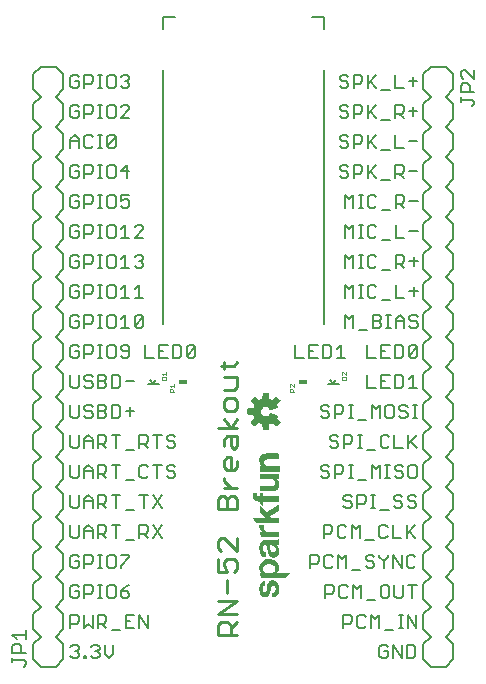
<source format=gbr>
G04 EAGLE Gerber RS-274X export*
G75*
%MOMM*%
%FSLAX34Y34*%
%LPD*%
%INSilkscreen Top*%
%IPPOS*%
%AMOC8*
5,1,8,0,0,1.08239X$1,22.5*%
G01*
%ADD10C,0.203200*%
%ADD11C,0.279400*%
%ADD12C,0.127000*%
%ADD13C,0.025400*%
%ADD14R,0.762000X0.457200*%

G36*
X198785Y200280D02*
X198785Y200280D01*
X198893Y200294D01*
X198905Y200300D01*
X198919Y200302D01*
X199015Y200354D01*
X199112Y200401D01*
X199122Y200411D01*
X199134Y200417D01*
X199208Y200497D01*
X199285Y200573D01*
X199291Y200585D01*
X199301Y200596D01*
X199346Y200694D01*
X199394Y200791D01*
X199398Y200809D01*
X199402Y200818D01*
X199404Y200839D01*
X199423Y200936D01*
X199866Y205287D01*
X201025Y205658D01*
X201043Y205668D01*
X201140Y205706D01*
X202222Y206263D01*
X205612Y203499D01*
X205706Y203445D01*
X205798Y203388D01*
X205811Y203385D01*
X205823Y203378D01*
X205930Y203357D01*
X206035Y203332D01*
X206049Y203334D01*
X206063Y203331D01*
X206170Y203346D01*
X206278Y203356D01*
X206291Y203362D01*
X206305Y203364D01*
X206402Y203412D01*
X206501Y203457D01*
X206514Y203468D01*
X206523Y203472D01*
X206538Y203488D01*
X206615Y203550D01*
X209200Y206135D01*
X209263Y206224D01*
X209329Y206309D01*
X209334Y206322D01*
X209342Y206334D01*
X209373Y206437D01*
X209409Y206540D01*
X209409Y206554D01*
X209413Y206567D01*
X209409Y206675D01*
X209410Y206784D01*
X209405Y206797D01*
X209405Y206811D01*
X209367Y206913D01*
X209332Y207015D01*
X209323Y207030D01*
X209319Y207039D01*
X209305Y207056D01*
X209251Y207138D01*
X206487Y210528D01*
X207044Y211610D01*
X207061Y211663D01*
X207087Y211712D01*
X207098Y211778D01*
X207119Y211842D01*
X207118Y211898D01*
X207127Y211952D01*
X207116Y212019D01*
X207115Y212086D01*
X207097Y212138D01*
X207088Y212193D01*
X207056Y212253D01*
X207033Y212316D01*
X206999Y212359D01*
X206973Y212409D01*
X206924Y212455D01*
X206882Y212507D01*
X206835Y212538D01*
X206795Y212576D01*
X206690Y212632D01*
X206677Y212640D01*
X206672Y212641D01*
X206665Y212645D01*
X201468Y214798D01*
X201368Y214821D01*
X201270Y214850D01*
X201250Y214849D01*
X201230Y214854D01*
X201128Y214844D01*
X201026Y214839D01*
X201007Y214832D01*
X200987Y214830D01*
X200894Y214788D01*
X200798Y214750D01*
X200783Y214737D01*
X200765Y214729D01*
X200690Y214659D01*
X200612Y214593D01*
X200597Y214572D01*
X200587Y214562D01*
X200575Y214541D01*
X200527Y214472D01*
X200032Y213588D01*
X199405Y212909D01*
X198636Y212395D01*
X197768Y212075D01*
X196851Y211967D01*
X195916Y212080D01*
X195035Y212411D01*
X194258Y212943D01*
X193629Y213644D01*
X193186Y214474D01*
X192952Y215386D01*
X192942Y216328D01*
X193156Y217244D01*
X193581Y218084D01*
X194194Y218798D01*
X194959Y219347D01*
X195833Y219698D01*
X196765Y219831D01*
X197702Y219739D01*
X198590Y219427D01*
X199378Y218912D01*
X200022Y218225D01*
X200528Y217326D01*
X200592Y217247D01*
X200651Y217165D01*
X200668Y217152D01*
X200681Y217136D01*
X200766Y217082D01*
X200849Y217022D01*
X200869Y217016D01*
X200887Y217005D01*
X200985Y216981D01*
X201083Y216951D01*
X201103Y216952D01*
X201124Y216947D01*
X201225Y216956D01*
X201326Y216959D01*
X201353Y216967D01*
X201367Y216968D01*
X201389Y216978D01*
X201468Y217002D01*
X206665Y219155D01*
X206712Y219184D01*
X206764Y219205D01*
X206815Y219248D01*
X206872Y219284D01*
X206907Y219327D01*
X206950Y219363D01*
X206984Y219420D01*
X207027Y219472D01*
X207046Y219524D01*
X207075Y219572D01*
X207089Y219638D01*
X207113Y219701D01*
X207115Y219756D01*
X207126Y219810D01*
X207119Y219877D01*
X207121Y219944D01*
X207105Y219998D01*
X207098Y220053D01*
X207054Y220164D01*
X207050Y220178D01*
X207047Y220182D01*
X207044Y220190D01*
X206487Y221272D01*
X209251Y224662D01*
X209305Y224756D01*
X209362Y224848D01*
X209365Y224861D01*
X209372Y224873D01*
X209393Y224980D01*
X209418Y225085D01*
X209416Y225099D01*
X209419Y225113D01*
X209404Y225220D01*
X209394Y225328D01*
X209388Y225341D01*
X209386Y225355D01*
X209338Y225452D01*
X209293Y225551D01*
X209282Y225564D01*
X209278Y225573D01*
X209262Y225588D01*
X209200Y225665D01*
X206615Y228250D01*
X206526Y228313D01*
X206441Y228379D01*
X206428Y228384D01*
X206416Y228392D01*
X206313Y228423D01*
X206210Y228459D01*
X206196Y228459D01*
X206183Y228463D01*
X206075Y228459D01*
X205966Y228460D01*
X205953Y228455D01*
X205939Y228455D01*
X205837Y228417D01*
X205735Y228382D01*
X205720Y228373D01*
X205711Y228369D01*
X205694Y228355D01*
X205612Y228301D01*
X202222Y225537D01*
X201140Y226094D01*
X201120Y226100D01*
X201025Y226142D01*
X199866Y226513D01*
X199423Y230864D01*
X199395Y230968D01*
X199370Y231074D01*
X199363Y231086D01*
X199360Y231099D01*
X199299Y231189D01*
X199242Y231282D01*
X199231Y231290D01*
X199223Y231302D01*
X199137Y231368D01*
X199053Y231437D01*
X199040Y231441D01*
X199029Y231450D01*
X198926Y231484D01*
X198825Y231523D01*
X198807Y231524D01*
X198798Y231528D01*
X198776Y231528D01*
X198678Y231537D01*
X195022Y231537D01*
X194915Y231520D01*
X194807Y231506D01*
X194795Y231500D01*
X194781Y231498D01*
X194685Y231446D01*
X194588Y231399D01*
X194578Y231389D01*
X194566Y231383D01*
X194492Y231303D01*
X194415Y231227D01*
X194409Y231215D01*
X194399Y231205D01*
X194354Y231106D01*
X194306Y231009D01*
X194302Y230991D01*
X194298Y230982D01*
X194296Y230961D01*
X194277Y230864D01*
X193834Y226513D01*
X192675Y226142D01*
X192657Y226132D01*
X192560Y226094D01*
X191478Y225537D01*
X188088Y228301D01*
X187994Y228355D01*
X187902Y228412D01*
X187889Y228415D01*
X187877Y228422D01*
X187770Y228443D01*
X187665Y228468D01*
X187651Y228466D01*
X187637Y228469D01*
X187530Y228454D01*
X187422Y228444D01*
X187409Y228438D01*
X187396Y228436D01*
X187298Y228388D01*
X187199Y228343D01*
X187186Y228332D01*
X187177Y228328D01*
X187162Y228312D01*
X187085Y228250D01*
X184500Y225665D01*
X184437Y225576D01*
X184371Y225491D01*
X184366Y225478D01*
X184358Y225466D01*
X184327Y225363D01*
X184291Y225260D01*
X184291Y225246D01*
X184287Y225233D01*
X184291Y225125D01*
X184290Y225016D01*
X184295Y225003D01*
X184295Y224989D01*
X184333Y224887D01*
X184368Y224785D01*
X184377Y224770D01*
X184381Y224761D01*
X184395Y224744D01*
X184449Y224662D01*
X187213Y221272D01*
X186656Y220190D01*
X186650Y220170D01*
X186608Y220075D01*
X186237Y218916D01*
X181886Y218473D01*
X181782Y218445D01*
X181676Y218420D01*
X181664Y218413D01*
X181651Y218410D01*
X181561Y218349D01*
X181468Y218292D01*
X181460Y218281D01*
X181448Y218273D01*
X181382Y218187D01*
X181314Y218103D01*
X181309Y218090D01*
X181300Y218079D01*
X181266Y217976D01*
X181227Y217875D01*
X181226Y217857D01*
X181222Y217848D01*
X181223Y217826D01*
X181213Y217728D01*
X181213Y214072D01*
X181230Y213965D01*
X181244Y213857D01*
X181250Y213845D01*
X181252Y213831D01*
X181304Y213735D01*
X181351Y213638D01*
X181361Y213628D01*
X181367Y213616D01*
X181447Y213542D01*
X181523Y213465D01*
X181535Y213459D01*
X181546Y213449D01*
X181644Y213404D01*
X181741Y213356D01*
X181759Y213352D01*
X181768Y213348D01*
X181789Y213346D01*
X181886Y213327D01*
X186237Y212884D01*
X186608Y211725D01*
X186618Y211707D01*
X186656Y211610D01*
X187213Y210528D01*
X184449Y207138D01*
X184395Y207044D01*
X184338Y206952D01*
X184335Y206939D01*
X184328Y206927D01*
X184307Y206820D01*
X184282Y206715D01*
X184284Y206701D01*
X184281Y206687D01*
X184296Y206580D01*
X184306Y206472D01*
X184312Y206459D01*
X184314Y206446D01*
X184362Y206348D01*
X184407Y206249D01*
X184418Y206236D01*
X184422Y206227D01*
X184438Y206212D01*
X184500Y206135D01*
X187085Y203550D01*
X187174Y203487D01*
X187259Y203421D01*
X187272Y203416D01*
X187284Y203408D01*
X187387Y203377D01*
X187490Y203341D01*
X187504Y203341D01*
X187517Y203337D01*
X187625Y203341D01*
X187734Y203340D01*
X187747Y203345D01*
X187761Y203345D01*
X187863Y203383D01*
X187965Y203418D01*
X187980Y203427D01*
X187989Y203431D01*
X188006Y203445D01*
X188088Y203499D01*
X191478Y206263D01*
X192560Y205706D01*
X192580Y205700D01*
X192675Y205658D01*
X193834Y205287D01*
X194277Y200936D01*
X194305Y200832D01*
X194330Y200726D01*
X194337Y200714D01*
X194340Y200701D01*
X194401Y200611D01*
X194458Y200518D01*
X194469Y200510D01*
X194477Y200498D01*
X194563Y200432D01*
X194647Y200364D01*
X194660Y200359D01*
X194671Y200350D01*
X194774Y200316D01*
X194875Y200277D01*
X194893Y200276D01*
X194902Y200272D01*
X194924Y200273D01*
X195022Y200263D01*
X198678Y200263D01*
X198785Y200280D01*
G37*
G36*
X213264Y74857D02*
X213264Y74857D01*
X213271Y74855D01*
X213328Y74884D01*
X213349Y74893D01*
X213350Y74895D01*
X213352Y74896D01*
X217086Y79036D01*
X217101Y79081D01*
X217118Y79125D01*
X217117Y79127D01*
X217118Y79130D01*
X217097Y79172D01*
X217077Y79214D01*
X217075Y79215D01*
X217074Y79217D01*
X217052Y79224D01*
X216992Y79247D01*
X205888Y79247D01*
X205890Y79248D01*
X206606Y79768D01*
X206613Y79779D01*
X206626Y79786D01*
X207216Y80446D01*
X207220Y80458D01*
X207231Y80468D01*
X207668Y81237D01*
X207670Y81250D01*
X207679Y81262D01*
X207943Y82106D01*
X207942Y82117D01*
X207948Y82128D01*
X208103Y83345D01*
X208101Y83354D01*
X208104Y83363D01*
X208087Y84590D01*
X208084Y84598D01*
X208086Y84608D01*
X207897Y85820D01*
X207892Y85829D01*
X207892Y85840D01*
X207598Y86759D01*
X207591Y86767D01*
X207589Y86779D01*
X207143Y87635D01*
X207135Y87641D01*
X207132Y87653D01*
X206547Y88421D01*
X206538Y88426D01*
X206533Y88437D01*
X205826Y89094D01*
X205816Y89098D01*
X205809Y89108D01*
X204624Y89880D01*
X204614Y89882D01*
X204605Y89890D01*
X203305Y90446D01*
X203294Y90446D01*
X203284Y90453D01*
X201908Y90776D01*
X201897Y90774D01*
X201886Y90779D01*
X199671Y90897D01*
X199660Y90893D01*
X199648Y90896D01*
X197448Y90613D01*
X197438Y90608D01*
X197426Y90608D01*
X195313Y89934D01*
X195303Y89926D01*
X195290Y89924D01*
X194249Y89345D01*
X194241Y89334D01*
X194227Y89329D01*
X193337Y88537D01*
X193332Y88528D01*
X193322Y88521D01*
X192669Y87697D01*
X192667Y87689D01*
X192660Y87683D01*
X192119Y86781D01*
X192117Y86771D01*
X192109Y86762D01*
X191709Y85738D01*
X191709Y85725D01*
X191702Y85713D01*
X191519Y84628D01*
X191521Y84617D01*
X191517Y84605D01*
X191542Y82624D01*
X191547Y82613D01*
X191545Y82600D01*
X191647Y82118D01*
X191653Y82109D01*
X191653Y82097D01*
X192186Y80776D01*
X192193Y80769D01*
X192194Y80759D01*
X192427Y80365D01*
X192436Y80358D01*
X192441Y80346D01*
X192742Y80003D01*
X192748Y80000D01*
X192751Y79993D01*
X193360Y79433D01*
X193716Y79104D01*
X193717Y79104D01*
X193718Y79103D01*
X193867Y78969D01*
X191950Y78993D01*
X191935Y78987D01*
X191921Y78990D01*
X191892Y78970D01*
X191858Y78956D01*
X191853Y78942D01*
X191840Y78933D01*
X191833Y78892D01*
X191822Y78865D01*
X191826Y78855D01*
X191824Y78844D01*
X192560Y74958D01*
X192582Y74924D01*
X192599Y74888D01*
X192609Y74884D01*
X192615Y74876D01*
X192644Y74870D01*
X192684Y74855D01*
X213258Y74855D01*
X213264Y74857D01*
G37*
G36*
X203788Y92230D02*
X203788Y92230D01*
X203801Y92227D01*
X204845Y92416D01*
X204854Y92422D01*
X204867Y92422D01*
X205860Y92795D01*
X205869Y92803D01*
X205881Y92805D01*
X206364Y93097D01*
X206371Y93106D01*
X206383Y93111D01*
X206803Y93488D01*
X206808Y93499D01*
X206819Y93506D01*
X207161Y93954D01*
X207165Y93967D01*
X207175Y93977D01*
X207781Y95246D01*
X207781Y95259D01*
X207790Y95272D01*
X208098Y96644D01*
X208096Y96656D01*
X208101Y96669D01*
X208139Y98304D01*
X208135Y98314D01*
X208138Y98325D01*
X207897Y99943D01*
X207891Y99952D01*
X207892Y99965D01*
X207540Y101000D01*
X207532Y101009D01*
X207530Y101021D01*
X206990Y101972D01*
X206981Y101980D01*
X206976Y101992D01*
X206273Y102819D01*
X206257Y102843D01*
X206256Y102852D01*
X206258Y102860D01*
X206264Y102867D01*
X206287Y102876D01*
X207316Y103103D01*
X207319Y103105D01*
X207322Y103104D01*
X207602Y103180D01*
X207616Y103191D01*
X207635Y103195D01*
X207671Y103216D01*
X207688Y103240D01*
X207691Y103243D01*
X207701Y103247D01*
X207704Y103255D01*
X207717Y103267D01*
X207736Y103304D01*
X207738Y103334D01*
X207749Y103372D01*
X207746Y103408D01*
X207746Y107442D01*
X207737Y107465D01*
X207737Y107490D01*
X207718Y107508D01*
X207708Y107533D01*
X207685Y107542D01*
X207667Y107559D01*
X207638Y107560D01*
X207616Y107568D01*
X207598Y107560D01*
X207576Y107560D01*
X207377Y107486D01*
X206082Y107137D01*
X204745Y107035D01*
X200407Y107060D01*
X200404Y107059D01*
X200402Y107060D01*
X200359Y107040D01*
X200326Y107027D01*
X200304Y107035D01*
X195478Y107035D01*
X195471Y107032D01*
X195463Y107034D01*
X194727Y106943D01*
X194714Y106936D01*
X194697Y106936D01*
X194006Y106669D01*
X193996Y106658D01*
X193979Y106654D01*
X193374Y106227D01*
X193366Y106214D01*
X193351Y106206D01*
X192868Y105644D01*
X192864Y105631D01*
X192853Y105621D01*
X192159Y104318D01*
X192158Y104306D01*
X192150Y104295D01*
X191725Y102881D01*
X191726Y102871D01*
X191721Y102862D01*
X191491Y101123D01*
X191493Y101115D01*
X191490Y101107D01*
X191482Y99353D01*
X191485Y99346D01*
X191482Y99337D01*
X191696Y97597D01*
X191700Y97589D01*
X191699Y97579D01*
X192033Y96350D01*
X192040Y96342D01*
X192040Y96331D01*
X192569Y95173D01*
X192578Y95165D01*
X192581Y95152D01*
X193155Y94335D01*
X193166Y94328D01*
X193172Y94315D01*
X193212Y94278D01*
X193886Y93647D01*
X193902Y93632D01*
X193914Y93628D01*
X193923Y93616D01*
X194776Y93097D01*
X194789Y93095D01*
X194800Y93085D01*
X195741Y92751D01*
X195754Y92752D01*
X195767Y92745D01*
X196658Y92623D01*
X196660Y92620D01*
X196660Y92619D01*
X196707Y92601D01*
X196752Y92584D01*
X196757Y92586D01*
X196836Y92619D01*
X196862Y92644D01*
X196879Y92684D01*
X196900Y92722D01*
X196898Y92728D01*
X196900Y92735D01*
X196883Y92775D01*
X196874Y92805D01*
X196874Y96952D01*
X196873Y96954D01*
X196874Y96956D01*
X196854Y96999D01*
X196836Y97043D01*
X196834Y97043D01*
X196833Y97045D01*
X196748Y97078D01*
X196706Y97078D01*
X196174Y97141D01*
X195679Y97325D01*
X195241Y97620D01*
X194885Y98010D01*
X194630Y98474D01*
X194465Y99035D01*
X194411Y99622D01*
X194461Y100977D01*
X194522Y101346D01*
X194650Y101692D01*
X194843Y102006D01*
X195077Y102259D01*
X195356Y102458D01*
X195670Y102597D01*
X196191Y102708D01*
X196722Y102708D01*
X197243Y102597D01*
X197340Y102555D01*
X197427Y102495D01*
X197688Y102211D01*
X197934Y101783D01*
X198099Y101314D01*
X198325Y100008D01*
X198553Y97802D01*
X198556Y97798D01*
X198555Y97793D01*
X198833Y96256D01*
X198837Y96248D01*
X198837Y96239D01*
X199321Y94754D01*
X199328Y94746D01*
X199329Y94734D01*
X199695Y94038D01*
X199705Y94030D01*
X199709Y94017D01*
X200207Y93407D01*
X200215Y93403D01*
X200219Y93394D01*
X200223Y93393D01*
X200225Y93389D01*
X200834Y92891D01*
X200845Y92888D01*
X200848Y92887D01*
X200858Y92876D01*
X201720Y92447D01*
X201735Y92446D01*
X201749Y92437D01*
X202690Y92231D01*
X202703Y92233D01*
X202717Y92228D01*
X203778Y92225D01*
X203788Y92230D01*
G37*
G36*
X207699Y121363D02*
X207699Y121363D01*
X207702Y121362D01*
X207785Y121399D01*
X207836Y121450D01*
X207838Y121453D01*
X207840Y121454D01*
X207873Y121539D01*
X207873Y125679D01*
X207872Y125681D01*
X207873Y125683D01*
X207853Y125726D01*
X207835Y125770D01*
X207833Y125770D01*
X207832Y125772D01*
X207747Y125805D01*
X202339Y125805D01*
X200732Y127460D01*
X207710Y131693D01*
X207721Y131708D01*
X207738Y131716D01*
X207751Y131750D01*
X207768Y131773D01*
X207766Y131786D01*
X207771Y131800D01*
X207796Y136880D01*
X207781Y136916D01*
X207773Y136954D01*
X207763Y136960D01*
X207758Y136971D01*
X207722Y136986D01*
X207689Y137006D01*
X207677Y137003D01*
X207667Y137007D01*
X207639Y136995D01*
X207600Y136986D01*
X197705Y130389D01*
X192139Y136080D01*
X192138Y136081D01*
X192137Y136083D01*
X192092Y136100D01*
X192048Y136118D01*
X192047Y136118D01*
X192045Y136118D01*
X192002Y136098D01*
X191958Y136079D01*
X191957Y136078D01*
X191956Y136077D01*
X191923Y135992D01*
X191923Y131318D01*
X191924Y131315D01*
X191923Y131312D01*
X191960Y131229D01*
X197434Y125754D01*
X186004Y125754D01*
X185972Y125741D01*
X185938Y125736D01*
X185928Y125722D01*
X185913Y125716D01*
X185901Y125684D01*
X185881Y125655D01*
X185883Y125638D01*
X185878Y125624D01*
X185889Y125599D01*
X185894Y125565D01*
X188256Y121425D01*
X188273Y121413D01*
X188281Y121395D01*
X188313Y121382D01*
X188335Y121366D01*
X188350Y121368D01*
X188366Y121362D01*
X207696Y121362D01*
X207699Y121363D01*
G37*
G36*
X202773Y148263D02*
X202773Y148263D01*
X202780Y148261D01*
X203879Y148362D01*
X203889Y148368D01*
X203902Y148366D01*
X204965Y148666D01*
X204974Y148673D01*
X204987Y148674D01*
X205977Y149162D01*
X205985Y149171D01*
X205997Y149175D01*
X206882Y149835D01*
X206889Y149845D01*
X206901Y149852D01*
X207129Y150106D01*
X207133Y150118D01*
X207144Y150126D01*
X207670Y151028D01*
X207672Y151040D01*
X207680Y151050D01*
X208023Y152036D01*
X208022Y152048D01*
X208029Y152060D01*
X208176Y153093D01*
X208173Y153103D01*
X208177Y153114D01*
X208176Y153188D01*
X208176Y153189D01*
X208173Y153315D01*
X208171Y153441D01*
X208168Y153567D01*
X208165Y153693D01*
X208165Y153694D01*
X208163Y153820D01*
X208147Y154608D01*
X208144Y154615D01*
X208146Y154624D01*
X207922Y156102D01*
X207917Y156110D01*
X207918Y156120D01*
X207837Y156382D01*
X207831Y156390D01*
X207830Y156402D01*
X207707Y156647D01*
X207700Y156654D01*
X207697Y156664D01*
X207038Y157594D01*
X207030Y157599D01*
X207027Y157608D01*
X206242Y158435D01*
X206234Y158438D01*
X206229Y158447D01*
X205588Y158954D01*
X207645Y158954D01*
X207647Y158955D01*
X207649Y158954D01*
X207692Y158974D01*
X207736Y158992D01*
X207736Y158994D01*
X207738Y158995D01*
X207771Y159080D01*
X207771Y163093D01*
X207770Y163095D01*
X207771Y163097D01*
X207751Y163140D01*
X207733Y163184D01*
X207731Y163184D01*
X207730Y163186D01*
X207645Y163219D01*
X192024Y163219D01*
X192022Y163218D01*
X192020Y163219D01*
X191977Y163199D01*
X191933Y163181D01*
X191933Y163179D01*
X191931Y163178D01*
X191898Y163093D01*
X191898Y158877D01*
X191899Y158875D01*
X191898Y158873D01*
X191918Y158830D01*
X191936Y158786D01*
X191938Y158786D01*
X191939Y158784D01*
X192024Y158751D01*
X200326Y158751D01*
X201556Y158675D01*
X202760Y158450D01*
X203310Y158241D01*
X203795Y157914D01*
X204192Y157483D01*
X204480Y156973D01*
X204692Y156282D01*
X204759Y155561D01*
X204679Y154842D01*
X204456Y154153D01*
X204231Y153758D01*
X203930Y153417D01*
X203568Y153145D01*
X202800Y152802D01*
X201970Y152653D01*
X191973Y152653D01*
X191971Y152652D01*
X191969Y152653D01*
X191926Y152633D01*
X191882Y152615D01*
X191882Y152613D01*
X191880Y152612D01*
X191847Y152527D01*
X191847Y148387D01*
X191848Y148385D01*
X191847Y148383D01*
X191867Y148340D01*
X191885Y148296D01*
X191887Y148296D01*
X191888Y148294D01*
X191973Y148261D01*
X202768Y148261D01*
X202773Y148263D01*
G37*
G36*
X207723Y165458D02*
X207723Y165458D01*
X207725Y165457D01*
X207768Y165477D01*
X207812Y165495D01*
X207812Y165497D01*
X207814Y165498D01*
X207847Y165583D01*
X207847Y169799D01*
X207846Y169801D01*
X207847Y169803D01*
X207827Y169846D01*
X207809Y169890D01*
X207807Y169890D01*
X207806Y169892D01*
X207721Y169925D01*
X198355Y169925D01*
X197572Y170006D01*
X196822Y170222D01*
X196143Y170585D01*
X195574Y171102D01*
X195260Y171559D01*
X195056Y172075D01*
X194969Y172631D01*
X194919Y173736D01*
X194936Y174052D01*
X195013Y174352D01*
X195230Y174787D01*
X195539Y175161D01*
X195926Y175457D01*
X196568Y175767D01*
X197256Y175958D01*
X197974Y176023D01*
X207620Y176023D01*
X207622Y176024D01*
X207624Y176023D01*
X207667Y176043D01*
X207711Y176061D01*
X207711Y176063D01*
X207713Y176064D01*
X207746Y176149D01*
X207746Y180238D01*
X207745Y180240D01*
X207746Y180242D01*
X207726Y180285D01*
X207708Y180329D01*
X207706Y180329D01*
X207705Y180331D01*
X207620Y180364D01*
X197079Y180364D01*
X197074Y180362D01*
X197069Y180364D01*
X195940Y180274D01*
X195932Y180270D01*
X195923Y180271D01*
X194816Y180031D01*
X194808Y180026D01*
X194798Y180026D01*
X194093Y179757D01*
X194085Y179749D01*
X194073Y179747D01*
X193424Y179363D01*
X193418Y179354D01*
X193406Y179350D01*
X192831Y178861D01*
X192826Y178850D01*
X192814Y178843D01*
X192196Y178058D01*
X192193Y178045D01*
X192181Y178034D01*
X191759Y177129D01*
X191758Y177115D01*
X191750Y177101D01*
X191544Y176124D01*
X191547Y176113D01*
X191542Y176101D01*
X191492Y174095D01*
X191496Y174085D01*
X191493Y174074D01*
X191648Y173022D01*
X191655Y173011D01*
X191655Y172997D01*
X192024Y172000D01*
X192033Y171990D01*
X192036Y171976D01*
X192603Y171078D01*
X192612Y171071D01*
X192616Y171060D01*
X193032Y170599D01*
X193040Y170596D01*
X193044Y170588D01*
X193517Y170186D01*
X193522Y170184D01*
X193524Y170180D01*
X193902Y169903D01*
X194038Y169789D01*
X194067Y169747D01*
X191999Y169747D01*
X191997Y169746D01*
X191995Y169747D01*
X191952Y169727D01*
X191908Y169709D01*
X191908Y169707D01*
X191906Y169706D01*
X191873Y169621D01*
X191873Y165583D01*
X191874Y165581D01*
X191873Y165579D01*
X191893Y165536D01*
X191911Y165492D01*
X191913Y165492D01*
X191914Y165490D01*
X191999Y165457D01*
X207721Y165457D01*
X207723Y165458D01*
G37*
G36*
X202698Y58422D02*
X202698Y58422D01*
X202701Y58421D01*
X203057Y58446D01*
X203063Y58449D01*
X203070Y58448D01*
X203654Y58550D01*
X203662Y58555D01*
X203673Y58554D01*
X204943Y58986D01*
X204950Y58993D01*
X204960Y58994D01*
X205556Y59303D01*
X205563Y59313D01*
X205576Y59317D01*
X206100Y59737D01*
X206105Y59748D01*
X206117Y59754D01*
X206548Y60269D01*
X206550Y60277D01*
X206557Y60282D01*
X207319Y61476D01*
X207321Y61484D01*
X207328Y61491D01*
X207725Y62348D01*
X207726Y62361D01*
X207734Y62373D01*
X207946Y63294D01*
X207944Y63303D01*
X207949Y63313D01*
X208127Y65879D01*
X208125Y65886D01*
X208127Y65892D01*
X208123Y66000D01*
X208119Y66126D01*
X208114Y66252D01*
X208110Y66378D01*
X208110Y66379D01*
X208106Y66505D01*
X208101Y66631D01*
X208097Y66757D01*
X208092Y66883D01*
X208092Y66884D01*
X208088Y67010D01*
X208083Y67136D01*
X208080Y67219D01*
X208078Y67225D01*
X208079Y67232D01*
X207897Y68546D01*
X207893Y68554D01*
X207894Y68563D01*
X207611Y69563D01*
X207604Y69572D01*
X207603Y69584D01*
X207152Y70519D01*
X207144Y70526D01*
X207141Y70538D01*
X206535Y71382D01*
X206526Y71387D01*
X206524Y71392D01*
X206523Y71392D01*
X206520Y71398D01*
X205777Y72124D01*
X205767Y72128D01*
X205759Y72139D01*
X205195Y72518D01*
X205184Y72520D01*
X205174Y72529D01*
X204549Y72795D01*
X204537Y72795D01*
X204526Y72803D01*
X203862Y72945D01*
X203853Y72944D01*
X203844Y72948D01*
X202803Y73024D01*
X202794Y73021D01*
X202783Y73024D01*
X201728Y72930D01*
X201715Y72923D01*
X201699Y72923D01*
X200696Y72586D01*
X200685Y72577D01*
X200670Y72574D01*
X200258Y72322D01*
X200251Y72312D01*
X200237Y72306D01*
X199887Y71974D01*
X199883Y71963D01*
X199872Y71957D01*
X199364Y71265D01*
X199362Y71257D01*
X199354Y71250D01*
X198949Y70494D01*
X198948Y70485D01*
X198942Y70478D01*
X198332Y68822D01*
X198332Y68814D01*
X198327Y68806D01*
X197946Y67083D01*
X197946Y67082D01*
X197945Y67081D01*
X197541Y65058D01*
X197269Y64306D01*
X196853Y63631D01*
X196560Y63348D01*
X196199Y63164D01*
X195830Y63099D01*
X195458Y63147D01*
X195116Y63302D01*
X194848Y63535D01*
X194653Y63836D01*
X194496Y64260D01*
X194411Y64709D01*
X194367Y65558D01*
X194411Y66405D01*
X194509Y66901D01*
X194698Y67368D01*
X194969Y67791D01*
X195233Y68066D01*
X195546Y68284D01*
X195898Y68434D01*
X196141Y68489D01*
X196401Y68505D01*
X196443Y68526D01*
X196486Y68546D01*
X196487Y68548D01*
X196489Y68549D01*
X196495Y68568D01*
X196519Y68631D01*
X196519Y72517D01*
X196516Y72526D01*
X196518Y72534D01*
X196497Y72570D01*
X196481Y72608D01*
X196472Y72611D01*
X196467Y72619D01*
X196416Y72633D01*
X196389Y72643D01*
X196385Y72641D01*
X196380Y72643D01*
X195669Y72567D01*
X195659Y72561D01*
X195648Y72563D01*
X195642Y72558D01*
X195635Y72558D01*
X195622Y72566D01*
X195602Y72561D01*
X195587Y72561D01*
X195584Y72559D01*
X195562Y72560D01*
X195004Y72357D01*
X195000Y72353D01*
X194995Y72353D01*
X194207Y71997D01*
X194201Y71990D01*
X194190Y71988D01*
X193748Y71702D01*
X193743Y71694D01*
X193733Y71690D01*
X193338Y71342D01*
X193333Y71332D01*
X193322Y71325D01*
X192565Y70366D01*
X192562Y70353D01*
X192551Y70343D01*
X192013Y69246D01*
X192012Y69234D01*
X192004Y69223D01*
X191636Y67872D01*
X191637Y67862D01*
X191632Y67852D01*
X191492Y66459D01*
X191494Y66453D01*
X191492Y66446D01*
X191492Y64643D01*
X191494Y64637D01*
X191492Y64629D01*
X191647Y63200D01*
X191653Y63190D01*
X191652Y63177D01*
X192063Y61799D01*
X192070Y61790D01*
X192071Y61778D01*
X192725Y60497D01*
X192734Y60489D01*
X192737Y60477D01*
X193107Y60001D01*
X193117Y59995D01*
X193123Y59983D01*
X193578Y59589D01*
X193589Y59585D01*
X193598Y59574D01*
X194120Y59275D01*
X194133Y59274D01*
X194143Y59265D01*
X195227Y58907D01*
X195239Y58908D01*
X195252Y58902D01*
X196386Y58773D01*
X196398Y58776D01*
X196412Y58773D01*
X197548Y58878D01*
X197559Y58884D01*
X197573Y58883D01*
X198062Y59035D01*
X198072Y59043D01*
X198086Y59045D01*
X198533Y59294D01*
X198541Y59305D01*
X198555Y59309D01*
X198940Y59646D01*
X198945Y59656D01*
X198956Y59662D01*
X199493Y60339D01*
X199496Y60348D01*
X199504Y60355D01*
X199931Y61106D01*
X199932Y61115D01*
X199939Y61123D01*
X200245Y61931D01*
X200245Y61939D01*
X200250Y61947D01*
X201113Y65578D01*
X201419Y66752D01*
X201889Y67859D01*
X202120Y68195D01*
X202424Y68461D01*
X202786Y68641D01*
X203181Y68726D01*
X203585Y68709D01*
X203970Y68592D01*
X204315Y68384D01*
X204599Y68096D01*
X204911Y67583D01*
X205108Y67016D01*
X205182Y66413D01*
X205182Y65083D01*
X205109Y64521D01*
X204892Y63934D01*
X204555Y63407D01*
X204112Y62965D01*
X203698Y62710D01*
X203236Y62563D01*
X202739Y62534D01*
X202692Y62534D01*
X202690Y62533D01*
X202688Y62534D01*
X202645Y62514D01*
X202601Y62496D01*
X202601Y62494D01*
X202599Y62493D01*
X202566Y62408D01*
X202566Y58547D01*
X202568Y58541D01*
X202566Y58534D01*
X202573Y58522D01*
X202572Y58508D01*
X202573Y58506D01*
X202573Y58505D01*
X202593Y58483D01*
X202604Y58456D01*
X202611Y58454D01*
X202614Y58448D01*
X202628Y58443D01*
X202637Y58433D01*
X202638Y58433D01*
X202640Y58432D01*
X202667Y58431D01*
X202674Y58429D01*
X202696Y58421D01*
X202698Y58422D01*
G37*
G36*
X194739Y135657D02*
X194739Y135657D01*
X194783Y135677D01*
X194784Y135678D01*
X194817Y135762D01*
X194841Y139625D01*
X207721Y139625D01*
X207723Y139626D01*
X207725Y139625D01*
X207768Y139645D01*
X207812Y139663D01*
X207812Y139665D01*
X207814Y139666D01*
X207847Y139751D01*
X207847Y143916D01*
X207846Y143918D01*
X207847Y143920D01*
X207827Y143963D01*
X207809Y144007D01*
X207807Y144007D01*
X207806Y144009D01*
X207721Y144042D01*
X194817Y144042D01*
X194817Y146914D01*
X194816Y146916D01*
X194817Y146918D01*
X194797Y146961D01*
X194779Y147005D01*
X194777Y147005D01*
X194776Y147007D01*
X194691Y147040D01*
X192024Y147040D01*
X192022Y147039D01*
X192020Y147040D01*
X191977Y147020D01*
X191933Y147002D01*
X191933Y147000D01*
X191931Y146999D01*
X191898Y146914D01*
X191898Y144068D01*
X190636Y144068D01*
X190174Y144131D01*
X189751Y144306D01*
X189519Y144488D01*
X189349Y144728D01*
X189252Y145010D01*
X189169Y145910D01*
X189254Y146825D01*
X189280Y147105D01*
X189278Y147111D01*
X189280Y147117D01*
X189280Y147193D01*
X189279Y147195D01*
X189280Y147197D01*
X189260Y147240D01*
X189242Y147284D01*
X189240Y147284D01*
X189239Y147286D01*
X189154Y147319D01*
X186131Y147319D01*
X186129Y147318D01*
X186127Y147319D01*
X186084Y147299D01*
X186040Y147281D01*
X186040Y147279D01*
X186038Y147278D01*
X186005Y147193D01*
X186005Y147171D01*
X185929Y145854D01*
X185930Y145851D01*
X185929Y145847D01*
X185929Y144297D01*
X185933Y144287D01*
X185931Y144276D01*
X186105Y143263D01*
X186112Y143253D01*
X186112Y143239D01*
X186481Y142281D01*
X186489Y142272D01*
X186492Y142259D01*
X187042Y141391D01*
X187052Y141384D01*
X187057Y141372D01*
X187767Y140629D01*
X187778Y140624D01*
X187785Y140613D01*
X188262Y140273D01*
X188273Y140271D01*
X188282Y140262D01*
X188813Y140013D01*
X188824Y140013D01*
X188834Y140005D01*
X189401Y139857D01*
X189412Y139858D01*
X189423Y139853D01*
X191557Y139676D01*
X191558Y139677D01*
X191564Y139677D01*
X191567Y139676D01*
X191898Y139676D01*
X191898Y138430D01*
X191899Y138427D01*
X191898Y138424D01*
X191935Y138341D01*
X194602Y135674D01*
X194602Y135673D01*
X194603Y135673D01*
X194648Y135655D01*
X194693Y135637D01*
X194694Y135637D01*
X194739Y135657D01*
G37*
G36*
X207622Y109501D02*
X207622Y109501D01*
X207624Y109500D01*
X207667Y109520D01*
X207711Y109538D01*
X207711Y109540D01*
X207713Y109541D01*
X207746Y109626D01*
X207746Y113792D01*
X207745Y113794D01*
X207746Y113796D01*
X207726Y113839D01*
X207708Y113883D01*
X207706Y113883D01*
X207705Y113885D01*
X207620Y113918D01*
X199801Y113918D01*
X198955Y113991D01*
X198136Y114191D01*
X197343Y114552D01*
X196651Y115077D01*
X196091Y115744D01*
X195827Y116223D01*
X195646Y116741D01*
X195554Y117283D01*
X195554Y118808D01*
X195679Y119405D01*
X195678Y119408D01*
X195680Y119411D01*
X195705Y119563D01*
X195702Y119572D01*
X195706Y119583D01*
X195706Y119609D01*
X195705Y119611D01*
X195706Y119613D01*
X195686Y119656D01*
X195668Y119700D01*
X195666Y119700D01*
X195665Y119702D01*
X195580Y119735D01*
X191719Y119735D01*
X191675Y119717D01*
X191630Y119699D01*
X191630Y119697D01*
X191628Y119697D01*
X191622Y119680D01*
X191593Y119616D01*
X191517Y118244D01*
X191521Y118234D01*
X191518Y118222D01*
X191602Y117521D01*
X191608Y117511D01*
X191607Y117497D01*
X191830Y116827D01*
X191839Y116818D01*
X191841Y116804D01*
X192194Y116193D01*
X192197Y116191D01*
X192198Y116187D01*
X192783Y115298D01*
X192786Y115295D01*
X192788Y115290D01*
X193090Y114896D01*
X193102Y114889D01*
X193110Y114875D01*
X193493Y114559D01*
X193499Y114557D01*
X193504Y114551D01*
X194546Y113865D01*
X194814Y113686D01*
X194829Y113639D01*
X192049Y113639D01*
X192036Y113634D01*
X192023Y113637D01*
X191993Y113615D01*
X191958Y113601D01*
X191953Y113588D01*
X191942Y113580D01*
X191934Y113537D01*
X191923Y113509D01*
X191927Y113501D01*
X191925Y113491D01*
X192611Y109630D01*
X192633Y109596D01*
X192650Y109559D01*
X192659Y109555D01*
X192664Y109547D01*
X192694Y109542D01*
X192735Y109526D01*
X207620Y109500D01*
X207622Y109501D01*
G37*
%LPC*%
G36*
X197745Y79179D02*
X197745Y79179D01*
X196971Y79446D01*
X196264Y79859D01*
X195584Y80457D01*
X195028Y81169D01*
X194866Y81507D01*
X194792Y81879D01*
X194742Y82954D01*
X194787Y83521D01*
X194943Y84063D01*
X195203Y84563D01*
X195833Y85322D01*
X196619Y85919D01*
X197518Y86322D01*
X198488Y86513D01*
X200459Y86516D01*
X202406Y86212D01*
X203167Y85923D01*
X203825Y85451D01*
X204341Y84825D01*
X204679Y84086D01*
X204858Y83195D01*
X204852Y82285D01*
X204700Y81563D01*
X204410Y80885D01*
X204047Y80376D01*
X203578Y79964D01*
X203014Y79665D01*
X203010Y79659D01*
X203003Y79658D01*
X202927Y79607D01*
X202926Y79606D01*
X202925Y79606D01*
X202865Y79564D01*
X202806Y79552D01*
X202768Y79552D01*
X202767Y79552D01*
X202766Y79552D01*
X202722Y79533D01*
X202677Y79514D01*
X202677Y79513D01*
X202676Y79512D01*
X202659Y79467D01*
X202651Y79445D01*
X202646Y79445D01*
X202611Y79454D01*
X202574Y79449D01*
X202564Y79443D01*
X202550Y79444D01*
X201875Y79219D01*
X201106Y79095D01*
X198560Y79069D01*
X197745Y79179D01*
G37*
%LPD*%
%LPC*%
G36*
X202557Y96666D02*
X202557Y96666D01*
X202015Y96886D01*
X201717Y97090D01*
X201473Y97358D01*
X201189Y97832D01*
X200992Y98350D01*
X200887Y98900D01*
X200735Y100343D01*
X200733Y100347D01*
X200733Y100351D01*
X200564Y101343D01*
X200560Y101349D01*
X200561Y101358D01*
X200273Y102322D01*
X200266Y102331D01*
X200264Y102344D01*
X200157Y102551D01*
X200145Y102561D01*
X200139Y102577D01*
X200012Y102719D01*
X200304Y102719D01*
X200306Y102720D01*
X200308Y102719D01*
X200351Y102739D01*
X200353Y102739D01*
X200406Y102719D01*
X201240Y102719D01*
X202329Y102649D01*
X203399Y102442D01*
X203564Y102395D01*
X203813Y102288D01*
X204032Y102138D01*
X204751Y101394D01*
X204936Y101103D01*
X205058Y100781D01*
X205207Y99739D01*
X205157Y98211D01*
X205060Y97750D01*
X204857Y97329D01*
X204560Y96967D01*
X204310Y96776D01*
X204025Y96641D01*
X203717Y96570D01*
X203133Y96559D01*
X202557Y96666D01*
G37*
%LPD*%
D10*
X266900Y498864D02*
X265121Y500643D01*
X261562Y500643D01*
X259782Y498864D01*
X259782Y497084D01*
X261562Y495305D01*
X265121Y495305D01*
X266900Y493525D01*
X266900Y491746D01*
X265121Y489966D01*
X261562Y489966D01*
X259782Y491746D01*
X271476Y489966D02*
X271476Y500643D01*
X276815Y500643D01*
X278594Y498864D01*
X278594Y495305D01*
X276815Y493525D01*
X271476Y493525D01*
X283170Y489966D02*
X283170Y500643D01*
X283170Y493525D02*
X290288Y500643D01*
X284949Y495305D02*
X290288Y489966D01*
X294864Y488187D02*
X301982Y488187D01*
X306558Y489966D02*
X306558Y500643D01*
X306558Y489966D02*
X313676Y489966D01*
X318252Y495305D02*
X325370Y495305D01*
X321811Y498864D02*
X321811Y491746D01*
X266900Y473464D02*
X265121Y475243D01*
X261562Y475243D01*
X259782Y473464D01*
X259782Y471684D01*
X261562Y469905D01*
X265121Y469905D01*
X266900Y468125D01*
X266900Y466346D01*
X265121Y464566D01*
X261562Y464566D01*
X259782Y466346D01*
X271476Y464566D02*
X271476Y475243D01*
X276815Y475243D01*
X278594Y473464D01*
X278594Y469905D01*
X276815Y468125D01*
X271476Y468125D01*
X283170Y464566D02*
X283170Y475243D01*
X283170Y468125D02*
X290288Y475243D01*
X284949Y469905D02*
X290288Y464566D01*
X294864Y462787D02*
X301982Y462787D01*
X306558Y464566D02*
X306558Y475243D01*
X311896Y475243D01*
X313676Y473464D01*
X313676Y469905D01*
X311896Y468125D01*
X306558Y468125D01*
X310117Y468125D02*
X313676Y464566D01*
X318252Y469905D02*
X325370Y469905D01*
X321811Y473464D02*
X321811Y466346D01*
X266900Y448064D02*
X265121Y449843D01*
X261562Y449843D01*
X259782Y448064D01*
X259782Y446284D01*
X261562Y444505D01*
X265121Y444505D01*
X266900Y442725D01*
X266900Y440946D01*
X265121Y439166D01*
X261562Y439166D01*
X259782Y440946D01*
X271476Y439166D02*
X271476Y449843D01*
X276815Y449843D01*
X278594Y448064D01*
X278594Y444505D01*
X276815Y442725D01*
X271476Y442725D01*
X283170Y439166D02*
X283170Y449843D01*
X283170Y442725D02*
X290288Y449843D01*
X284949Y444505D02*
X290288Y439166D01*
X294864Y437387D02*
X301982Y437387D01*
X306558Y439166D02*
X306558Y449843D01*
X306558Y439166D02*
X313676Y439166D01*
X318252Y444505D02*
X325370Y444505D01*
X266900Y422664D02*
X265121Y424443D01*
X261562Y424443D01*
X259782Y422664D01*
X259782Y420884D01*
X261562Y419105D01*
X265121Y419105D01*
X266900Y417325D01*
X266900Y415546D01*
X265121Y413766D01*
X261562Y413766D01*
X259782Y415546D01*
X271476Y413766D02*
X271476Y424443D01*
X276815Y424443D01*
X278594Y422664D01*
X278594Y419105D01*
X276815Y417325D01*
X271476Y417325D01*
X283170Y413766D02*
X283170Y424443D01*
X283170Y417325D02*
X290288Y424443D01*
X284949Y419105D02*
X290288Y413766D01*
X294864Y411987D02*
X301982Y411987D01*
X306558Y413766D02*
X306558Y424443D01*
X311896Y424443D01*
X313676Y422664D01*
X313676Y419105D01*
X311896Y417325D01*
X306558Y417325D01*
X310117Y417325D02*
X313676Y413766D01*
X318252Y419105D02*
X325370Y419105D01*
X263906Y399043D02*
X263906Y388366D01*
X267465Y395484D02*
X263906Y399043D01*
X267465Y395484D02*
X271024Y399043D01*
X271024Y388366D01*
X275600Y388366D02*
X279159Y388366D01*
X277379Y388366D02*
X277379Y399043D01*
X275600Y399043D02*
X279159Y399043D01*
X288735Y399043D02*
X290514Y397264D01*
X288735Y399043D02*
X285175Y399043D01*
X283396Y397264D01*
X283396Y390146D01*
X285175Y388366D01*
X288735Y388366D01*
X290514Y390146D01*
X295090Y386587D02*
X302208Y386587D01*
X306784Y388366D02*
X306784Y399043D01*
X312122Y399043D01*
X313902Y397264D01*
X313902Y393705D01*
X312122Y391925D01*
X306784Y391925D01*
X310343Y391925D02*
X313902Y388366D01*
X318478Y393705D02*
X325596Y393705D01*
X263906Y373643D02*
X263906Y362966D01*
X267465Y370084D02*
X263906Y373643D01*
X267465Y370084D02*
X271024Y373643D01*
X271024Y362966D01*
X275600Y362966D02*
X279159Y362966D01*
X277379Y362966D02*
X277379Y373643D01*
X275600Y373643D02*
X279159Y373643D01*
X288735Y373643D02*
X290514Y371864D01*
X288735Y373643D02*
X285175Y373643D01*
X283396Y371864D01*
X283396Y364746D01*
X285175Y362966D01*
X288735Y362966D01*
X290514Y364746D01*
X295090Y361187D02*
X302208Y361187D01*
X306784Y362966D02*
X306784Y373643D01*
X306784Y362966D02*
X313902Y362966D01*
X318478Y368305D02*
X325596Y368305D01*
X263906Y348243D02*
X263906Y337566D01*
X267465Y344684D02*
X263906Y348243D01*
X267465Y344684D02*
X271024Y348243D01*
X271024Y337566D01*
X275600Y337566D02*
X279159Y337566D01*
X277379Y337566D02*
X277379Y348243D01*
X275600Y348243D02*
X279159Y348243D01*
X288735Y348243D02*
X290514Y346464D01*
X288735Y348243D02*
X285175Y348243D01*
X283396Y346464D01*
X283396Y339346D01*
X285175Y337566D01*
X288735Y337566D01*
X290514Y339346D01*
X295090Y335787D02*
X302208Y335787D01*
X306784Y337566D02*
X306784Y348243D01*
X312122Y348243D01*
X313902Y346464D01*
X313902Y342905D01*
X312122Y341125D01*
X306784Y341125D01*
X310343Y341125D02*
X313902Y337566D01*
X318478Y342905D02*
X325596Y342905D01*
X322037Y346464D02*
X322037Y339346D01*
X263906Y322843D02*
X263906Y312166D01*
X267465Y319284D02*
X263906Y322843D01*
X267465Y319284D02*
X271024Y322843D01*
X271024Y312166D01*
X275600Y312166D02*
X279159Y312166D01*
X277379Y312166D02*
X277379Y322843D01*
X275600Y322843D02*
X279159Y322843D01*
X288735Y322843D02*
X290514Y321064D01*
X288735Y322843D02*
X285175Y322843D01*
X283396Y321064D01*
X283396Y313946D01*
X285175Y312166D01*
X288735Y312166D01*
X290514Y313946D01*
X295090Y310387D02*
X302208Y310387D01*
X306784Y312166D02*
X306784Y322843D01*
X306784Y312166D02*
X313902Y312166D01*
X318478Y317505D02*
X325596Y317505D01*
X322037Y321064D02*
X322037Y313946D01*
X263906Y297443D02*
X263906Y286766D01*
X267465Y293884D02*
X263906Y297443D01*
X267465Y293884D02*
X271024Y297443D01*
X271024Y286766D01*
X275600Y284987D02*
X282718Y284987D01*
X287294Y286766D02*
X287294Y297443D01*
X292633Y297443D01*
X294412Y295664D01*
X294412Y293884D01*
X292633Y292105D01*
X294412Y290325D01*
X294412Y288546D01*
X292633Y286766D01*
X287294Y286766D01*
X287294Y292105D02*
X292633Y292105D01*
X298988Y286766D02*
X302547Y286766D01*
X300767Y286766D02*
X300767Y297443D01*
X298988Y297443D02*
X302547Y297443D01*
X306784Y293884D02*
X306784Y286766D01*
X306784Y293884D02*
X310343Y297443D01*
X313902Y293884D01*
X313902Y286766D01*
X313902Y292105D02*
X306784Y292105D01*
X323816Y297443D02*
X325596Y295664D01*
X323816Y297443D02*
X320257Y297443D01*
X318478Y295664D01*
X318478Y293884D01*
X320257Y292105D01*
X323816Y292105D01*
X325596Y290325D01*
X325596Y288546D01*
X323816Y286766D01*
X320257Y286766D01*
X318478Y288546D01*
X38614Y498864D02*
X36835Y500643D01*
X33276Y500643D01*
X31496Y498864D01*
X31496Y491746D01*
X33276Y489966D01*
X36835Y489966D01*
X38614Y491746D01*
X38614Y495305D01*
X35055Y495305D01*
X43190Y500643D02*
X43190Y489966D01*
X43190Y500643D02*
X48529Y500643D01*
X50308Y498864D01*
X50308Y495305D01*
X48529Y493525D01*
X43190Y493525D01*
X54884Y489966D02*
X58443Y489966D01*
X56663Y489966D02*
X56663Y500643D01*
X54884Y500643D02*
X58443Y500643D01*
X64459Y500643D02*
X68018Y500643D01*
X64459Y500643D02*
X62680Y498864D01*
X62680Y491746D01*
X64459Y489966D01*
X68018Y489966D01*
X69798Y491746D01*
X69798Y498864D01*
X68018Y500643D01*
X74374Y498864D02*
X76153Y500643D01*
X79712Y500643D01*
X81492Y498864D01*
X81492Y497084D01*
X79712Y495305D01*
X77933Y495305D01*
X79712Y495305D02*
X81492Y493525D01*
X81492Y491746D01*
X79712Y489966D01*
X76153Y489966D01*
X74374Y491746D01*
X38614Y473464D02*
X36835Y475243D01*
X33276Y475243D01*
X31496Y473464D01*
X31496Y466346D01*
X33276Y464566D01*
X36835Y464566D01*
X38614Y466346D01*
X38614Y469905D01*
X35055Y469905D01*
X43190Y475243D02*
X43190Y464566D01*
X43190Y475243D02*
X48529Y475243D01*
X50308Y473464D01*
X50308Y469905D01*
X48529Y468125D01*
X43190Y468125D01*
X54884Y464566D02*
X58443Y464566D01*
X56663Y464566D02*
X56663Y475243D01*
X54884Y475243D02*
X58443Y475243D01*
X64459Y475243D02*
X68018Y475243D01*
X64459Y475243D02*
X62680Y473464D01*
X62680Y466346D01*
X64459Y464566D01*
X68018Y464566D01*
X69798Y466346D01*
X69798Y473464D01*
X68018Y475243D01*
X74374Y464566D02*
X81492Y464566D01*
X74374Y464566D02*
X81492Y471684D01*
X81492Y473464D01*
X79712Y475243D01*
X76153Y475243D01*
X74374Y473464D01*
X31496Y446284D02*
X31496Y439166D01*
X31496Y446284D02*
X35055Y449843D01*
X38614Y446284D01*
X38614Y439166D01*
X38614Y444505D02*
X31496Y444505D01*
X48529Y449843D02*
X50308Y448064D01*
X48529Y449843D02*
X44969Y449843D01*
X43190Y448064D01*
X43190Y440946D01*
X44969Y439166D01*
X48529Y439166D01*
X50308Y440946D01*
X54884Y439166D02*
X58443Y439166D01*
X56663Y439166D02*
X56663Y449843D01*
X54884Y449843D02*
X58443Y449843D01*
X62680Y448064D02*
X62680Y440946D01*
X62680Y448064D02*
X64459Y449843D01*
X68018Y449843D01*
X69798Y448064D01*
X69798Y440946D01*
X68018Y439166D01*
X64459Y439166D01*
X62680Y440946D01*
X69798Y448064D01*
X38614Y422664D02*
X36835Y424443D01*
X33276Y424443D01*
X31496Y422664D01*
X31496Y415546D01*
X33276Y413766D01*
X36835Y413766D01*
X38614Y415546D01*
X38614Y419105D01*
X35055Y419105D01*
X43190Y424443D02*
X43190Y413766D01*
X43190Y424443D02*
X48529Y424443D01*
X50308Y422664D01*
X50308Y419105D01*
X48529Y417325D01*
X43190Y417325D01*
X54884Y413766D02*
X58443Y413766D01*
X56663Y413766D02*
X56663Y424443D01*
X54884Y424443D02*
X58443Y424443D01*
X64459Y424443D02*
X68018Y424443D01*
X64459Y424443D02*
X62680Y422664D01*
X62680Y415546D01*
X64459Y413766D01*
X68018Y413766D01*
X69798Y415546D01*
X69798Y422664D01*
X68018Y424443D01*
X79712Y424443D02*
X79712Y413766D01*
X74374Y419105D02*
X79712Y424443D01*
X81492Y419105D02*
X74374Y419105D01*
X38614Y397264D02*
X36835Y399043D01*
X33276Y399043D01*
X31496Y397264D01*
X31496Y390146D01*
X33276Y388366D01*
X36835Y388366D01*
X38614Y390146D01*
X38614Y393705D01*
X35055Y393705D01*
X43190Y399043D02*
X43190Y388366D01*
X43190Y399043D02*
X48529Y399043D01*
X50308Y397264D01*
X50308Y393705D01*
X48529Y391925D01*
X43190Y391925D01*
X54884Y388366D02*
X58443Y388366D01*
X56663Y388366D02*
X56663Y399043D01*
X54884Y399043D02*
X58443Y399043D01*
X64459Y399043D02*
X68018Y399043D01*
X64459Y399043D02*
X62680Y397264D01*
X62680Y390146D01*
X64459Y388366D01*
X68018Y388366D01*
X69798Y390146D01*
X69798Y397264D01*
X68018Y399043D01*
X74374Y399043D02*
X81492Y399043D01*
X74374Y399043D02*
X74374Y393705D01*
X77933Y395484D01*
X79712Y395484D01*
X81492Y393705D01*
X81492Y390146D01*
X79712Y388366D01*
X76153Y388366D01*
X74374Y390146D01*
X38614Y371864D02*
X36835Y373643D01*
X33276Y373643D01*
X31496Y371864D01*
X31496Y364746D01*
X33276Y362966D01*
X36835Y362966D01*
X38614Y364746D01*
X38614Y368305D01*
X35055Y368305D01*
X43190Y373643D02*
X43190Y362966D01*
X43190Y373643D02*
X48529Y373643D01*
X50308Y371864D01*
X50308Y368305D01*
X48529Y366525D01*
X43190Y366525D01*
X54884Y362966D02*
X58443Y362966D01*
X56663Y362966D02*
X56663Y373643D01*
X54884Y373643D02*
X58443Y373643D01*
X64459Y373643D02*
X68018Y373643D01*
X64459Y373643D02*
X62680Y371864D01*
X62680Y364746D01*
X64459Y362966D01*
X68018Y362966D01*
X69798Y364746D01*
X69798Y371864D01*
X68018Y373643D01*
X74374Y370084D02*
X77933Y373643D01*
X77933Y362966D01*
X74374Y362966D02*
X81492Y362966D01*
X86068Y362966D02*
X93186Y362966D01*
X86068Y362966D02*
X93186Y370084D01*
X93186Y371864D01*
X91406Y373643D01*
X87847Y373643D01*
X86068Y371864D01*
X38614Y346464D02*
X36835Y348243D01*
X33276Y348243D01*
X31496Y346464D01*
X31496Y339346D01*
X33276Y337566D01*
X36835Y337566D01*
X38614Y339346D01*
X38614Y342905D01*
X35055Y342905D01*
X43190Y348243D02*
X43190Y337566D01*
X43190Y348243D02*
X48529Y348243D01*
X50308Y346464D01*
X50308Y342905D01*
X48529Y341125D01*
X43190Y341125D01*
X54884Y337566D02*
X58443Y337566D01*
X56663Y337566D02*
X56663Y348243D01*
X54884Y348243D02*
X58443Y348243D01*
X64459Y348243D02*
X68018Y348243D01*
X64459Y348243D02*
X62680Y346464D01*
X62680Y339346D01*
X64459Y337566D01*
X68018Y337566D01*
X69798Y339346D01*
X69798Y346464D01*
X68018Y348243D01*
X74374Y344684D02*
X77933Y348243D01*
X77933Y337566D01*
X74374Y337566D02*
X81492Y337566D01*
X86068Y346464D02*
X87847Y348243D01*
X91406Y348243D01*
X93186Y346464D01*
X93186Y344684D01*
X91406Y342905D01*
X89627Y342905D01*
X91406Y342905D02*
X93186Y341125D01*
X93186Y339346D01*
X91406Y337566D01*
X87847Y337566D01*
X86068Y339346D01*
X38614Y321064D02*
X36835Y322843D01*
X33276Y322843D01*
X31496Y321064D01*
X31496Y313946D01*
X33276Y312166D01*
X36835Y312166D01*
X38614Y313946D01*
X38614Y317505D01*
X35055Y317505D01*
X43190Y322843D02*
X43190Y312166D01*
X43190Y322843D02*
X48529Y322843D01*
X50308Y321064D01*
X50308Y317505D01*
X48529Y315725D01*
X43190Y315725D01*
X54884Y312166D02*
X58443Y312166D01*
X56663Y312166D02*
X56663Y322843D01*
X54884Y322843D02*
X58443Y322843D01*
X64459Y322843D02*
X68018Y322843D01*
X64459Y322843D02*
X62680Y321064D01*
X62680Y313946D01*
X64459Y312166D01*
X68018Y312166D01*
X69798Y313946D01*
X69798Y321064D01*
X68018Y322843D01*
X74374Y319284D02*
X77933Y322843D01*
X77933Y312166D01*
X74374Y312166D02*
X81492Y312166D01*
X86068Y319284D02*
X89627Y322843D01*
X89627Y312166D01*
X86068Y312166D02*
X93186Y312166D01*
X38614Y295664D02*
X36835Y297443D01*
X33276Y297443D01*
X31496Y295664D01*
X31496Y288546D01*
X33276Y286766D01*
X36835Y286766D01*
X38614Y288546D01*
X38614Y292105D01*
X35055Y292105D01*
X43190Y297443D02*
X43190Y286766D01*
X43190Y297443D02*
X48529Y297443D01*
X50308Y295664D01*
X50308Y292105D01*
X48529Y290325D01*
X43190Y290325D01*
X54884Y286766D02*
X58443Y286766D01*
X56663Y286766D02*
X56663Y297443D01*
X54884Y297443D02*
X58443Y297443D01*
X64459Y297443D02*
X68018Y297443D01*
X64459Y297443D02*
X62680Y295664D01*
X62680Y288546D01*
X64459Y286766D01*
X68018Y286766D01*
X69798Y288546D01*
X69798Y295664D01*
X68018Y297443D01*
X74374Y293884D02*
X77933Y297443D01*
X77933Y286766D01*
X74374Y286766D02*
X81492Y286766D01*
X86068Y288546D02*
X86068Y295664D01*
X87847Y297443D01*
X91406Y297443D01*
X93186Y295664D01*
X93186Y288546D01*
X91406Y286766D01*
X87847Y286766D01*
X86068Y288546D01*
X93186Y295664D01*
X38614Y270264D02*
X36835Y272043D01*
X33276Y272043D01*
X31496Y270264D01*
X31496Y263146D01*
X33276Y261366D01*
X36835Y261366D01*
X38614Y263146D01*
X38614Y266705D01*
X35055Y266705D01*
X43190Y272043D02*
X43190Y261366D01*
X43190Y272043D02*
X48529Y272043D01*
X50308Y270264D01*
X50308Y266705D01*
X48529Y264925D01*
X43190Y264925D01*
X54884Y261366D02*
X58443Y261366D01*
X56663Y261366D02*
X56663Y272043D01*
X54884Y272043D02*
X58443Y272043D01*
X64459Y272043D02*
X68018Y272043D01*
X64459Y272043D02*
X62680Y270264D01*
X62680Y263146D01*
X64459Y261366D01*
X68018Y261366D01*
X69798Y263146D01*
X69798Y270264D01*
X68018Y272043D01*
X74374Y263146D02*
X76153Y261366D01*
X79712Y261366D01*
X81492Y263146D01*
X81492Y270264D01*
X79712Y272043D01*
X76153Y272043D01*
X74374Y270264D01*
X74374Y268484D01*
X76153Y266705D01*
X81492Y266705D01*
X31496Y246643D02*
X31496Y237746D01*
X33276Y235966D01*
X36835Y235966D01*
X38614Y237746D01*
X38614Y246643D01*
X48529Y246643D02*
X50308Y244864D01*
X48529Y246643D02*
X44969Y246643D01*
X43190Y244864D01*
X43190Y243084D01*
X44969Y241305D01*
X48529Y241305D01*
X50308Y239525D01*
X50308Y237746D01*
X48529Y235966D01*
X44969Y235966D01*
X43190Y237746D01*
X54884Y235966D02*
X54884Y246643D01*
X60223Y246643D01*
X62002Y244864D01*
X62002Y243084D01*
X60223Y241305D01*
X62002Y239525D01*
X62002Y237746D01*
X60223Y235966D01*
X54884Y235966D01*
X54884Y241305D02*
X60223Y241305D01*
X66578Y246643D02*
X66578Y235966D01*
X71916Y235966D01*
X73696Y237746D01*
X73696Y244864D01*
X71916Y246643D01*
X66578Y246643D01*
X78272Y241305D02*
X85390Y241305D01*
X31496Y221243D02*
X31496Y212346D01*
X33276Y210566D01*
X36835Y210566D01*
X38614Y212346D01*
X38614Y221243D01*
X48529Y221243D02*
X50308Y219464D01*
X48529Y221243D02*
X44969Y221243D01*
X43190Y219464D01*
X43190Y217684D01*
X44969Y215905D01*
X48529Y215905D01*
X50308Y214125D01*
X50308Y212346D01*
X48529Y210566D01*
X44969Y210566D01*
X43190Y212346D01*
X54884Y210566D02*
X54884Y221243D01*
X60223Y221243D01*
X62002Y219464D01*
X62002Y217684D01*
X60223Y215905D01*
X62002Y214125D01*
X62002Y212346D01*
X60223Y210566D01*
X54884Y210566D01*
X54884Y215905D02*
X60223Y215905D01*
X66578Y221243D02*
X66578Y210566D01*
X71916Y210566D01*
X73696Y212346D01*
X73696Y219464D01*
X71916Y221243D01*
X66578Y221243D01*
X78272Y215905D02*
X85390Y215905D01*
X81831Y219464D02*
X81831Y212346D01*
X36835Y68843D02*
X38614Y67064D01*
X36835Y68843D02*
X33276Y68843D01*
X31496Y67064D01*
X31496Y59946D01*
X33276Y58166D01*
X36835Y58166D01*
X38614Y59946D01*
X38614Y63505D01*
X35055Y63505D01*
X43190Y68843D02*
X43190Y58166D01*
X43190Y68843D02*
X48529Y68843D01*
X50308Y67064D01*
X50308Y63505D01*
X48529Y61725D01*
X43190Y61725D01*
X54884Y58166D02*
X58443Y58166D01*
X56663Y58166D02*
X56663Y68843D01*
X54884Y68843D02*
X58443Y68843D01*
X64459Y68843D02*
X68018Y68843D01*
X64459Y68843D02*
X62680Y67064D01*
X62680Y59946D01*
X64459Y58166D01*
X68018Y58166D01*
X69798Y59946D01*
X69798Y67064D01*
X68018Y68843D01*
X77933Y67064D02*
X81492Y68843D01*
X77933Y67064D02*
X74374Y63505D01*
X74374Y59946D01*
X76153Y58166D01*
X79712Y58166D01*
X81492Y59946D01*
X81492Y61725D01*
X79712Y63505D01*
X74374Y63505D01*
X38614Y92464D02*
X36835Y94243D01*
X33276Y94243D01*
X31496Y92464D01*
X31496Y85346D01*
X33276Y83566D01*
X36835Y83566D01*
X38614Y85346D01*
X38614Y88905D01*
X35055Y88905D01*
X43190Y94243D02*
X43190Y83566D01*
X43190Y94243D02*
X48529Y94243D01*
X50308Y92464D01*
X50308Y88905D01*
X48529Y87125D01*
X43190Y87125D01*
X54884Y83566D02*
X58443Y83566D01*
X56663Y83566D02*
X56663Y94243D01*
X54884Y94243D02*
X58443Y94243D01*
X64459Y94243D02*
X68018Y94243D01*
X64459Y94243D02*
X62680Y92464D01*
X62680Y85346D01*
X64459Y83566D01*
X68018Y83566D01*
X69798Y85346D01*
X69798Y92464D01*
X68018Y94243D01*
X74374Y94243D02*
X81492Y94243D01*
X81492Y92464D01*
X74374Y85346D01*
X74374Y83566D01*
X31496Y43443D02*
X31496Y32766D01*
X31496Y43443D02*
X36835Y43443D01*
X38614Y41664D01*
X38614Y38105D01*
X36835Y36325D01*
X31496Y36325D01*
X43190Y32766D02*
X43190Y43443D01*
X46749Y36325D02*
X43190Y32766D01*
X46749Y36325D02*
X50308Y32766D01*
X50308Y43443D01*
X54884Y43443D02*
X54884Y32766D01*
X54884Y43443D02*
X60223Y43443D01*
X62002Y41664D01*
X62002Y38105D01*
X60223Y36325D01*
X54884Y36325D01*
X58443Y36325D02*
X62002Y32766D01*
X66578Y30987D02*
X73696Y30987D01*
X78272Y43443D02*
X85390Y43443D01*
X78272Y43443D02*
X78272Y32766D01*
X85390Y32766D01*
X81831Y38105D02*
X78272Y38105D01*
X89966Y43443D02*
X89966Y32766D01*
X97084Y32766D02*
X89966Y43443D01*
X97084Y43443D02*
X97084Y32766D01*
X33276Y18043D02*
X31496Y16264D01*
X33276Y18043D02*
X36835Y18043D01*
X38614Y16264D01*
X38614Y14484D01*
X36835Y12705D01*
X35055Y12705D01*
X36835Y12705D02*
X38614Y10925D01*
X38614Y9146D01*
X36835Y7366D01*
X33276Y7366D01*
X31496Y9146D01*
X43190Y9146D02*
X43190Y7366D01*
X43190Y9146D02*
X44969Y9146D01*
X44969Y7366D01*
X43190Y7366D01*
X49037Y16264D02*
X50816Y18043D01*
X54376Y18043D01*
X56155Y16264D01*
X56155Y14484D01*
X54376Y12705D01*
X52596Y12705D01*
X54376Y12705D02*
X56155Y10925D01*
X56155Y9146D01*
X54376Y7366D01*
X50816Y7366D01*
X49037Y9146D01*
X60731Y10925D02*
X60731Y18043D01*
X60731Y10925D02*
X64290Y7366D01*
X67849Y10925D01*
X67849Y18043D01*
X31496Y110746D02*
X31496Y119643D01*
X31496Y110746D02*
X33276Y108966D01*
X36835Y108966D01*
X38614Y110746D01*
X38614Y119643D01*
X43190Y116084D02*
X43190Y108966D01*
X43190Y116084D02*
X46749Y119643D01*
X50308Y116084D01*
X50308Y108966D01*
X50308Y114305D02*
X43190Y114305D01*
X54884Y119643D02*
X54884Y108966D01*
X54884Y119643D02*
X60223Y119643D01*
X62002Y117864D01*
X62002Y114305D01*
X60223Y112525D01*
X54884Y112525D01*
X58443Y112525D02*
X62002Y108966D01*
X70137Y108966D02*
X70137Y119643D01*
X66578Y119643D02*
X73696Y119643D01*
X78272Y107187D02*
X85390Y107187D01*
X89966Y108966D02*
X89966Y119643D01*
X95304Y119643D01*
X97084Y117864D01*
X97084Y114305D01*
X95304Y112525D01*
X89966Y112525D01*
X93525Y112525D02*
X97084Y108966D01*
X101660Y119643D02*
X108778Y108966D01*
X101660Y108966D02*
X108778Y119643D01*
X31496Y136146D02*
X31496Y145043D01*
X31496Y136146D02*
X33276Y134366D01*
X36835Y134366D01*
X38614Y136146D01*
X38614Y145043D01*
X43190Y141484D02*
X43190Y134366D01*
X43190Y141484D02*
X46749Y145043D01*
X50308Y141484D01*
X50308Y134366D01*
X50308Y139705D02*
X43190Y139705D01*
X54884Y145043D02*
X54884Y134366D01*
X54884Y145043D02*
X60223Y145043D01*
X62002Y143264D01*
X62002Y139705D01*
X60223Y137925D01*
X54884Y137925D01*
X58443Y137925D02*
X62002Y134366D01*
X70137Y134366D02*
X70137Y145043D01*
X66578Y145043D02*
X73696Y145043D01*
X78272Y132587D02*
X85390Y132587D01*
X93525Y134366D02*
X93525Y145043D01*
X89966Y145043D02*
X97084Y145043D01*
X101660Y145043D02*
X108778Y134366D01*
X101660Y134366D02*
X108778Y145043D01*
X31496Y161546D02*
X31496Y170443D01*
X31496Y161546D02*
X33276Y159766D01*
X36835Y159766D01*
X38614Y161546D01*
X38614Y170443D01*
X43190Y166884D02*
X43190Y159766D01*
X43190Y166884D02*
X46749Y170443D01*
X50308Y166884D01*
X50308Y159766D01*
X50308Y165105D02*
X43190Y165105D01*
X54884Y170443D02*
X54884Y159766D01*
X54884Y170443D02*
X60223Y170443D01*
X62002Y168664D01*
X62002Y165105D01*
X60223Y163325D01*
X54884Y163325D01*
X58443Y163325D02*
X62002Y159766D01*
X70137Y159766D02*
X70137Y170443D01*
X66578Y170443D02*
X73696Y170443D01*
X78272Y157987D02*
X85390Y157987D01*
X97084Y168664D02*
X95304Y170443D01*
X91745Y170443D01*
X89966Y168664D01*
X89966Y161546D01*
X91745Y159766D01*
X95304Y159766D01*
X97084Y161546D01*
X105219Y159766D02*
X105219Y170443D01*
X101660Y170443D02*
X108778Y170443D01*
X118692Y170443D02*
X120472Y168664D01*
X118692Y170443D02*
X115133Y170443D01*
X113354Y168664D01*
X113354Y166884D01*
X115133Y165105D01*
X118692Y165105D01*
X120472Y163325D01*
X120472Y161546D01*
X118692Y159766D01*
X115133Y159766D01*
X113354Y161546D01*
X31496Y186946D02*
X31496Y195843D01*
X31496Y186946D02*
X33276Y185166D01*
X36835Y185166D01*
X38614Y186946D01*
X38614Y195843D01*
X43190Y192284D02*
X43190Y185166D01*
X43190Y192284D02*
X46749Y195843D01*
X50308Y192284D01*
X50308Y185166D01*
X50308Y190505D02*
X43190Y190505D01*
X54884Y195843D02*
X54884Y185166D01*
X54884Y195843D02*
X60223Y195843D01*
X62002Y194064D01*
X62002Y190505D01*
X60223Y188725D01*
X54884Y188725D01*
X58443Y188725D02*
X62002Y185166D01*
X70137Y185166D02*
X70137Y195843D01*
X66578Y195843D02*
X73696Y195843D01*
X78272Y183387D02*
X85390Y183387D01*
X89966Y185166D02*
X89966Y195843D01*
X95304Y195843D01*
X97084Y194064D01*
X97084Y190505D01*
X95304Y188725D01*
X89966Y188725D01*
X93525Y188725D02*
X97084Y185166D01*
X105219Y185166D02*
X105219Y195843D01*
X101660Y195843D02*
X108778Y195843D01*
X118692Y195843D02*
X120472Y194064D01*
X118692Y195843D02*
X115133Y195843D01*
X113354Y194064D01*
X113354Y192284D01*
X115133Y190505D01*
X118692Y190505D01*
X120472Y188725D01*
X120472Y186946D01*
X118692Y185166D01*
X115133Y185166D01*
X113354Y186946D01*
X282956Y261366D02*
X282956Y272043D01*
X282956Y261366D02*
X290074Y261366D01*
X294650Y272043D02*
X301768Y272043D01*
X294650Y272043D02*
X294650Y261366D01*
X301768Y261366D01*
X298209Y266705D02*
X294650Y266705D01*
X306344Y272043D02*
X306344Y261366D01*
X311683Y261366D01*
X313462Y263146D01*
X313462Y270264D01*
X311683Y272043D01*
X306344Y272043D01*
X318038Y270264D02*
X318038Y263146D01*
X318038Y270264D02*
X319817Y272043D01*
X323376Y272043D01*
X325156Y270264D01*
X325156Y263146D01*
X323376Y261366D01*
X319817Y261366D01*
X318038Y263146D01*
X325156Y270264D01*
X282956Y246643D02*
X282956Y235966D01*
X290074Y235966D01*
X294650Y246643D02*
X301768Y246643D01*
X294650Y246643D02*
X294650Y235966D01*
X301768Y235966D01*
X298209Y241305D02*
X294650Y241305D01*
X306344Y246643D02*
X306344Y235966D01*
X311683Y235966D01*
X313462Y237746D01*
X313462Y244864D01*
X311683Y246643D01*
X306344Y246643D01*
X318038Y243084D02*
X321597Y246643D01*
X321597Y235966D01*
X318038Y235966D02*
X325156Y235966D01*
X250704Y219464D02*
X248925Y221243D01*
X245366Y221243D01*
X243586Y219464D01*
X243586Y217684D01*
X245366Y215905D01*
X248925Y215905D01*
X250704Y214125D01*
X250704Y212346D01*
X248925Y210566D01*
X245366Y210566D01*
X243586Y212346D01*
X255280Y210566D02*
X255280Y221243D01*
X260619Y221243D01*
X262398Y219464D01*
X262398Y215905D01*
X260619Y214125D01*
X255280Y214125D01*
X266974Y210566D02*
X270533Y210566D01*
X268753Y210566D02*
X268753Y221243D01*
X266974Y221243D02*
X270533Y221243D01*
X274770Y208787D02*
X281888Y208787D01*
X286464Y210566D02*
X286464Y221243D01*
X290023Y217684D01*
X293582Y221243D01*
X293582Y210566D01*
X299937Y221243D02*
X303496Y221243D01*
X299937Y221243D02*
X298158Y219464D01*
X298158Y212346D01*
X299937Y210566D01*
X303496Y210566D01*
X305276Y212346D01*
X305276Y219464D01*
X303496Y221243D01*
X315190Y221243D02*
X316970Y219464D01*
X315190Y221243D02*
X311631Y221243D01*
X309852Y219464D01*
X309852Y217684D01*
X311631Y215905D01*
X315190Y215905D01*
X316970Y214125D01*
X316970Y212346D01*
X315190Y210566D01*
X311631Y210566D01*
X309852Y212346D01*
X321546Y210566D02*
X325105Y210566D01*
X323325Y210566D02*
X323325Y221243D01*
X321546Y221243D02*
X325105Y221243D01*
X258324Y194064D02*
X256545Y195843D01*
X252986Y195843D01*
X251206Y194064D01*
X251206Y192284D01*
X252986Y190505D01*
X256545Y190505D01*
X258324Y188725D01*
X258324Y186946D01*
X256545Y185166D01*
X252986Y185166D01*
X251206Y186946D01*
X262900Y185166D02*
X262900Y195843D01*
X268239Y195843D01*
X270018Y194064D01*
X270018Y190505D01*
X268239Y188725D01*
X262900Y188725D01*
X274594Y185166D02*
X278153Y185166D01*
X276373Y185166D02*
X276373Y195843D01*
X274594Y195843D02*
X278153Y195843D01*
X282390Y183387D02*
X289508Y183387D01*
X301202Y194064D02*
X299422Y195843D01*
X295863Y195843D01*
X294084Y194064D01*
X294084Y186946D01*
X295863Y185166D01*
X299422Y185166D01*
X301202Y186946D01*
X305778Y185166D02*
X305778Y195843D01*
X305778Y185166D02*
X312896Y185166D01*
X317472Y185166D02*
X317472Y195843D01*
X317472Y188725D02*
X324590Y195843D01*
X319251Y190505D02*
X324590Y185166D01*
X250704Y168664D02*
X248925Y170443D01*
X245366Y170443D01*
X243586Y168664D01*
X243586Y166884D01*
X245366Y165105D01*
X248925Y165105D01*
X250704Y163325D01*
X250704Y161546D01*
X248925Y159766D01*
X245366Y159766D01*
X243586Y161546D01*
X255280Y159766D02*
X255280Y170443D01*
X260619Y170443D01*
X262398Y168664D01*
X262398Y165105D01*
X260619Y163325D01*
X255280Y163325D01*
X266974Y159766D02*
X270533Y159766D01*
X268753Y159766D02*
X268753Y170443D01*
X266974Y170443D02*
X270533Y170443D01*
X274770Y157987D02*
X281888Y157987D01*
X286464Y159766D02*
X286464Y170443D01*
X290023Y166884D01*
X293582Y170443D01*
X293582Y159766D01*
X298158Y159766D02*
X301717Y159766D01*
X299937Y159766D02*
X299937Y170443D01*
X298158Y170443D02*
X301717Y170443D01*
X311292Y170443D02*
X313072Y168664D01*
X311292Y170443D02*
X307733Y170443D01*
X305954Y168664D01*
X305954Y166884D01*
X307733Y165105D01*
X311292Y165105D01*
X313072Y163325D01*
X313072Y161546D01*
X311292Y159766D01*
X307733Y159766D01*
X305954Y161546D01*
X319427Y170443D02*
X322986Y170443D01*
X319427Y170443D02*
X317648Y168664D01*
X317648Y161546D01*
X319427Y159766D01*
X322986Y159766D01*
X324766Y161546D01*
X324766Y168664D01*
X322986Y170443D01*
X269754Y143264D02*
X267975Y145043D01*
X264416Y145043D01*
X262636Y143264D01*
X262636Y141484D01*
X264416Y139705D01*
X267975Y139705D01*
X269754Y137925D01*
X269754Y136146D01*
X267975Y134366D01*
X264416Y134366D01*
X262636Y136146D01*
X274330Y134366D02*
X274330Y145043D01*
X279669Y145043D01*
X281448Y143264D01*
X281448Y139705D01*
X279669Y137925D01*
X274330Y137925D01*
X286024Y134366D02*
X289583Y134366D01*
X287803Y134366D02*
X287803Y145043D01*
X286024Y145043D02*
X289583Y145043D01*
X293820Y132587D02*
X300938Y132587D01*
X312632Y143264D02*
X310852Y145043D01*
X307293Y145043D01*
X305514Y143264D01*
X305514Y141484D01*
X307293Y139705D01*
X310852Y139705D01*
X312632Y137925D01*
X312632Y136146D01*
X310852Y134366D01*
X307293Y134366D01*
X305514Y136146D01*
X322546Y145043D02*
X324326Y143264D01*
X322546Y145043D02*
X318987Y145043D01*
X317208Y143264D01*
X317208Y141484D01*
X318987Y139705D01*
X322546Y139705D01*
X324326Y137925D01*
X324326Y136146D01*
X322546Y134366D01*
X318987Y134366D01*
X317208Y136146D01*
X262636Y43443D02*
X262636Y32766D01*
X262636Y43443D02*
X267975Y43443D01*
X269754Y41664D01*
X269754Y38105D01*
X267975Y36325D01*
X262636Y36325D01*
X279669Y43443D02*
X281448Y41664D01*
X279669Y43443D02*
X276109Y43443D01*
X274330Y41664D01*
X274330Y34546D01*
X276109Y32766D01*
X279669Y32766D01*
X281448Y34546D01*
X286024Y32766D02*
X286024Y43443D01*
X289583Y39884D01*
X293142Y43443D01*
X293142Y32766D01*
X297718Y30987D02*
X304836Y30987D01*
X309412Y32766D02*
X312971Y32766D01*
X311191Y32766D02*
X311191Y43443D01*
X309412Y43443D02*
X312971Y43443D01*
X317208Y43443D02*
X317208Y32766D01*
X324326Y32766D02*
X317208Y43443D01*
X324326Y43443D02*
X324326Y32766D01*
X247396Y58166D02*
X247396Y68843D01*
X252735Y68843D01*
X254514Y67064D01*
X254514Y63505D01*
X252735Y61725D01*
X247396Y61725D01*
X264429Y68843D02*
X266208Y67064D01*
X264429Y68843D02*
X260869Y68843D01*
X259090Y67064D01*
X259090Y59946D01*
X260869Y58166D01*
X264429Y58166D01*
X266208Y59946D01*
X270784Y58166D02*
X270784Y68843D01*
X274343Y65284D01*
X277902Y68843D01*
X277902Y58166D01*
X282478Y56387D02*
X289596Y56387D01*
X295951Y68843D02*
X299510Y68843D01*
X295951Y68843D02*
X294172Y67064D01*
X294172Y59946D01*
X295951Y58166D01*
X299510Y58166D01*
X301290Y59946D01*
X301290Y67064D01*
X299510Y68843D01*
X305866Y68843D02*
X305866Y59946D01*
X307645Y58166D01*
X311204Y58166D01*
X312984Y59946D01*
X312984Y68843D01*
X321119Y68843D02*
X321119Y58166D01*
X317560Y68843D02*
X324678Y68843D01*
X234696Y83566D02*
X234696Y94243D01*
X240035Y94243D01*
X241814Y92464D01*
X241814Y88905D01*
X240035Y87125D01*
X234696Y87125D01*
X251729Y94243D02*
X253508Y92464D01*
X251729Y94243D02*
X248169Y94243D01*
X246390Y92464D01*
X246390Y85346D01*
X248169Y83566D01*
X251729Y83566D01*
X253508Y85346D01*
X258084Y83566D02*
X258084Y94243D01*
X261643Y90684D01*
X265202Y94243D01*
X265202Y83566D01*
X269778Y81787D02*
X276896Y81787D01*
X288590Y92464D02*
X286810Y94243D01*
X283251Y94243D01*
X281472Y92464D01*
X281472Y90684D01*
X283251Y88905D01*
X286810Y88905D01*
X288590Y87125D01*
X288590Y85346D01*
X286810Y83566D01*
X283251Y83566D01*
X281472Y85346D01*
X293166Y92464D02*
X293166Y94243D01*
X293166Y92464D02*
X296725Y88905D01*
X300284Y92464D01*
X300284Y94243D01*
X296725Y88905D02*
X296725Y83566D01*
X304860Y83566D02*
X304860Y94243D01*
X311978Y83566D01*
X311978Y94243D01*
X321892Y94243D02*
X323672Y92464D01*
X321892Y94243D02*
X318333Y94243D01*
X316554Y92464D01*
X316554Y85346D01*
X318333Y83566D01*
X321892Y83566D01*
X323672Y85346D01*
X246126Y108966D02*
X246126Y119643D01*
X251465Y119643D01*
X253244Y117864D01*
X253244Y114305D01*
X251465Y112525D01*
X246126Y112525D01*
X263159Y119643D02*
X264938Y117864D01*
X263159Y119643D02*
X259599Y119643D01*
X257820Y117864D01*
X257820Y110746D01*
X259599Y108966D01*
X263159Y108966D01*
X264938Y110746D01*
X269514Y108966D02*
X269514Y119643D01*
X273073Y116084D01*
X276632Y119643D01*
X276632Y108966D01*
X281208Y107187D02*
X288326Y107187D01*
X300020Y117864D02*
X298240Y119643D01*
X294681Y119643D01*
X292902Y117864D01*
X292902Y110746D01*
X294681Y108966D01*
X298240Y108966D01*
X300020Y110746D01*
X304596Y108966D02*
X304596Y119643D01*
X304596Y108966D02*
X311714Y108966D01*
X316290Y108966D02*
X316290Y119643D01*
X316290Y112525D02*
X323408Y119643D01*
X318069Y114305D02*
X323408Y108966D01*
X298455Y18043D02*
X300234Y16264D01*
X298455Y18043D02*
X294896Y18043D01*
X293116Y16264D01*
X293116Y9146D01*
X294896Y7366D01*
X298455Y7366D01*
X300234Y9146D01*
X300234Y12705D01*
X296675Y12705D01*
X304810Y18043D02*
X304810Y7366D01*
X311928Y7366D02*
X304810Y18043D01*
X311928Y18043D02*
X311928Y7366D01*
X316504Y7366D02*
X316504Y18043D01*
X316504Y7366D02*
X321843Y7366D01*
X323622Y9146D01*
X323622Y16264D01*
X321843Y18043D01*
X316504Y18043D01*
D11*
X172593Y26797D02*
X156069Y26797D01*
X156069Y35059D01*
X158823Y37813D01*
X164331Y37813D01*
X167085Y35059D01*
X167085Y26797D01*
X167085Y32305D02*
X172593Y37813D01*
X172593Y44572D02*
X156069Y44572D01*
X172593Y55588D01*
X156069Y55588D01*
X164331Y62347D02*
X164331Y73363D01*
X156069Y80122D02*
X156069Y91138D01*
X156069Y80122D02*
X164331Y80122D01*
X161577Y85630D01*
X161577Y88384D01*
X164331Y91138D01*
X169839Y91138D01*
X172593Y88384D01*
X172593Y82876D01*
X169839Y80122D01*
X172593Y97896D02*
X172593Y108912D01*
X172593Y97896D02*
X161577Y108912D01*
X158823Y108912D01*
X156069Y106158D01*
X156069Y100650D01*
X158823Y97896D01*
X156069Y133446D02*
X172593Y133446D01*
X156069Y133446D02*
X156069Y141708D01*
X158823Y144462D01*
X161577Y144462D01*
X164331Y141708D01*
X167085Y144462D01*
X169839Y144462D01*
X172593Y141708D01*
X172593Y133446D01*
X164331Y133446D02*
X164331Y141708D01*
X161577Y151221D02*
X172593Y151221D01*
X167085Y151221D02*
X161577Y156729D01*
X161577Y159483D01*
X172593Y168787D02*
X172593Y174295D01*
X172593Y168787D02*
X169839Y166033D01*
X164331Y166033D01*
X161577Y168787D01*
X161577Y174295D01*
X164331Y177049D01*
X167085Y177049D01*
X167085Y166033D01*
X161577Y186562D02*
X161577Y192070D01*
X164331Y194824D01*
X172593Y194824D01*
X172593Y186562D01*
X169839Y183808D01*
X167085Y186562D01*
X167085Y194824D01*
X172593Y201583D02*
X156069Y201583D01*
X167085Y201583D02*
X172593Y209845D01*
X167085Y201583D02*
X161577Y209845D01*
X172593Y219149D02*
X172593Y224657D01*
X169839Y227411D01*
X164331Y227411D01*
X161577Y224657D01*
X161577Y219149D01*
X164331Y216395D01*
X169839Y216395D01*
X172593Y219149D01*
X169839Y234170D02*
X161577Y234170D01*
X169839Y234170D02*
X172593Y236924D01*
X172593Y245186D01*
X161577Y245186D01*
X158823Y254699D02*
X169839Y254699D01*
X172593Y257453D01*
X161577Y257453D02*
X161577Y251945D01*
D10*
X221996Y261366D02*
X221996Y272043D01*
X221996Y261366D02*
X229114Y261366D01*
X233690Y272043D02*
X240808Y272043D01*
X233690Y272043D02*
X233690Y261366D01*
X240808Y261366D01*
X237249Y266705D02*
X233690Y266705D01*
X245384Y272043D02*
X245384Y261366D01*
X250723Y261366D01*
X252502Y263146D01*
X252502Y270264D01*
X250723Y272043D01*
X245384Y272043D01*
X257078Y268484D02*
X260637Y272043D01*
X260637Y261366D01*
X257078Y261366D02*
X264196Y261366D01*
X94996Y261366D02*
X94996Y272043D01*
X94996Y261366D02*
X102114Y261366D01*
X106690Y272043D02*
X113808Y272043D01*
X106690Y272043D02*
X106690Y261366D01*
X113808Y261366D01*
X110249Y266705D02*
X106690Y266705D01*
X118384Y272043D02*
X118384Y261366D01*
X123723Y261366D01*
X125502Y263146D01*
X125502Y270264D01*
X123723Y272043D01*
X118384Y272043D01*
X130078Y270264D02*
X130078Y263146D01*
X130078Y270264D02*
X131857Y272043D01*
X135416Y272043D01*
X137196Y270264D01*
X137196Y263146D01*
X135416Y261366D01*
X131857Y261366D01*
X130078Y263146D01*
X137196Y270264D01*
X119800Y549700D02*
X109800Y549700D01*
X109800Y539700D01*
X235800Y549700D02*
X245800Y549700D01*
X245800Y539700D01*
D12*
X245800Y504700D02*
X245800Y289700D01*
X109800Y289700D02*
X109800Y504700D01*
D10*
X101600Y239600D02*
X97000Y239600D01*
X101600Y239600D02*
X106200Y239600D01*
X101600Y239600D02*
X99262Y242700D01*
X101854Y239754D02*
X103784Y242700D01*
D13*
X108709Y242833D02*
X112522Y242833D01*
X112522Y244739D01*
X111886Y245375D01*
X109344Y245375D01*
X108709Y244739D01*
X108709Y242833D01*
X109980Y246575D02*
X108709Y247846D01*
X112522Y247846D01*
X112522Y246575D02*
X112522Y249117D01*
D10*
X249400Y239600D02*
X254000Y239600D01*
X258600Y239600D01*
X254000Y239600D02*
X251662Y242700D01*
X254254Y239754D02*
X256184Y242700D01*
D13*
X261109Y242833D02*
X264922Y242833D01*
X264922Y244739D01*
X264286Y245375D01*
X261744Y245375D01*
X261109Y244739D01*
X261109Y242833D01*
X264922Y246575D02*
X264922Y249117D01*
X264922Y246575D02*
X262380Y249117D01*
X261744Y249117D01*
X261109Y248482D01*
X261109Y247210D01*
X261744Y246575D01*
D10*
X0Y171450D02*
X0Y158750D01*
X0Y171450D02*
X6350Y177800D01*
X19050Y177800D02*
X25400Y171450D01*
X0Y133350D02*
X6350Y127000D01*
X0Y133350D02*
X0Y146050D01*
X6350Y152400D01*
X19050Y152400D02*
X25400Y146050D01*
X25400Y133350D01*
X19050Y127000D01*
X6350Y152400D02*
X0Y158750D01*
X19050Y152400D02*
X25400Y158750D01*
X25400Y171450D01*
X0Y95250D02*
X0Y82550D01*
X0Y95250D02*
X6350Y101600D01*
X19050Y101600D02*
X25400Y95250D01*
X6350Y101600D02*
X0Y107950D01*
X0Y120650D01*
X6350Y127000D01*
X19050Y127000D02*
X25400Y120650D01*
X25400Y107950D01*
X19050Y101600D01*
X0Y57150D02*
X6350Y50800D01*
X0Y57150D02*
X0Y69850D01*
X6350Y76200D01*
X19050Y76200D02*
X25400Y69850D01*
X25400Y57150D01*
X19050Y50800D01*
X6350Y76200D02*
X0Y82550D01*
X19050Y76200D02*
X25400Y82550D01*
X25400Y95250D01*
X0Y19050D02*
X0Y6350D01*
X0Y19050D02*
X6350Y25400D01*
X19050Y25400D02*
X25400Y19050D01*
X6350Y25400D02*
X0Y31750D01*
X0Y44450D01*
X6350Y50800D01*
X19050Y50800D02*
X25400Y44450D01*
X25400Y31750D01*
X19050Y25400D01*
X19050Y0D02*
X6350Y0D01*
X0Y6350D01*
X19050Y0D02*
X25400Y6350D01*
X25400Y19050D01*
X0Y336550D02*
X0Y349250D01*
X6350Y355600D01*
X19050Y355600D02*
X25400Y349250D01*
X0Y311150D02*
X6350Y304800D01*
X0Y311150D02*
X0Y323850D01*
X6350Y330200D01*
X19050Y330200D02*
X25400Y323850D01*
X25400Y311150D01*
X19050Y304800D01*
X6350Y330200D02*
X0Y336550D01*
X19050Y330200D02*
X25400Y336550D01*
X25400Y349250D01*
X0Y273050D02*
X0Y260350D01*
X0Y273050D02*
X6350Y279400D01*
X19050Y279400D02*
X25400Y273050D01*
X6350Y279400D02*
X0Y285750D01*
X0Y298450D01*
X6350Y304800D01*
X19050Y304800D02*
X25400Y298450D01*
X25400Y285750D01*
X19050Y279400D01*
X0Y234950D02*
X6350Y228600D01*
X0Y234950D02*
X0Y247650D01*
X6350Y254000D01*
X19050Y254000D02*
X25400Y247650D01*
X25400Y234950D01*
X19050Y228600D01*
X6350Y254000D02*
X0Y260350D01*
X19050Y254000D02*
X25400Y260350D01*
X25400Y273050D01*
X0Y196850D02*
X0Y184150D01*
X0Y196850D02*
X6350Y203200D01*
X19050Y203200D02*
X25400Y196850D01*
X6350Y203200D02*
X0Y209550D01*
X0Y222250D01*
X6350Y228600D01*
X19050Y228600D02*
X25400Y222250D01*
X25400Y209550D01*
X19050Y203200D01*
X0Y184150D02*
X6350Y177800D01*
X19050Y177800D02*
X25400Y184150D01*
X25400Y196850D01*
X6350Y355600D02*
X0Y361950D01*
X0Y374650D01*
X6350Y381000D01*
X19050Y381000D02*
X25400Y374650D01*
X25400Y361950D01*
X19050Y355600D01*
X6350Y381000D02*
X0Y387350D01*
X0Y400050D01*
X6350Y406400D01*
X19050Y406400D02*
X25400Y400050D01*
X25400Y387350D01*
X19050Y381000D01*
X6350Y406400D02*
X0Y412750D01*
X0Y425450D01*
X6350Y431800D01*
X19050Y431800D02*
X25400Y425450D01*
X25400Y412750D01*
X19050Y406400D01*
X6350Y431800D02*
X0Y438150D01*
X0Y450850D01*
X6350Y457200D01*
X19050Y457200D02*
X25400Y450850D01*
X25400Y438150D01*
X19050Y431800D01*
X6350Y457200D02*
X0Y463550D01*
X0Y476250D01*
X6350Y482600D01*
X19050Y482600D02*
X25400Y476250D01*
X25400Y463550D01*
X19050Y457200D01*
X6350Y482600D02*
X0Y488950D01*
X0Y501650D01*
X6350Y508000D01*
X19050Y508000D01*
X25400Y501650D01*
X25400Y488950D01*
X19050Y482600D01*
D12*
X-6223Y1780D02*
X-8130Y-127D01*
X-6223Y1780D02*
X-6223Y3686D01*
X-8130Y5593D01*
X-17663Y5593D01*
X-17663Y3686D02*
X-17663Y7500D01*
X-17663Y11567D02*
X-6223Y11567D01*
X-17663Y11567D02*
X-17663Y17287D01*
X-15756Y19193D01*
X-11943Y19193D01*
X-10036Y17287D01*
X-10036Y11567D01*
X-13850Y23261D02*
X-17663Y27074D01*
X-6223Y27074D01*
X-6223Y23261D02*
X-6223Y30887D01*
D10*
X355600Y336550D02*
X355600Y349250D01*
X355600Y336550D02*
X349250Y330200D01*
X336550Y330200D02*
X330200Y336550D01*
X355600Y374650D02*
X349250Y381000D01*
X355600Y374650D02*
X355600Y361950D01*
X349250Y355600D01*
X336550Y355600D02*
X330200Y361950D01*
X330200Y374650D01*
X336550Y381000D01*
X349250Y355600D02*
X355600Y349250D01*
X336550Y355600D02*
X330200Y349250D01*
X330200Y336550D01*
X355600Y412750D02*
X355600Y425450D01*
X355600Y412750D02*
X349250Y406400D01*
X336550Y406400D02*
X330200Y412750D01*
X349250Y406400D02*
X355600Y400050D01*
X355600Y387350D01*
X349250Y381000D01*
X336550Y381000D02*
X330200Y387350D01*
X330200Y400050D01*
X336550Y406400D01*
X355600Y450850D02*
X349250Y457200D01*
X355600Y450850D02*
X355600Y438150D01*
X349250Y431800D01*
X336550Y431800D02*
X330200Y438150D01*
X330200Y450850D01*
X336550Y457200D01*
X349250Y431800D02*
X355600Y425450D01*
X336550Y431800D02*
X330200Y425450D01*
X330200Y412750D01*
X355600Y488950D02*
X355600Y501650D01*
X355600Y488950D02*
X349250Y482600D01*
X336550Y482600D02*
X330200Y488950D01*
X349250Y482600D02*
X355600Y476250D01*
X355600Y463550D01*
X349250Y457200D01*
X336550Y457200D02*
X330200Y463550D01*
X330200Y476250D01*
X336550Y482600D01*
X336550Y508000D02*
X349250Y508000D01*
X355600Y501650D01*
X336550Y508000D02*
X330200Y501650D01*
X330200Y488950D01*
X355600Y171450D02*
X355600Y158750D01*
X349250Y152400D01*
X336550Y152400D02*
X330200Y158750D01*
X355600Y196850D02*
X349250Y203200D01*
X355600Y196850D02*
X355600Y184150D01*
X349250Y177800D01*
X336550Y177800D02*
X330200Y184150D01*
X330200Y196850D01*
X336550Y203200D01*
X349250Y177800D02*
X355600Y171450D01*
X336550Y177800D02*
X330200Y171450D01*
X330200Y158750D01*
X355600Y234950D02*
X355600Y247650D01*
X355600Y234950D02*
X349250Y228600D01*
X336550Y228600D02*
X330200Y234950D01*
X349250Y228600D02*
X355600Y222250D01*
X355600Y209550D01*
X349250Y203200D01*
X336550Y203200D02*
X330200Y209550D01*
X330200Y222250D01*
X336550Y228600D01*
X355600Y273050D02*
X349250Y279400D01*
X355600Y273050D02*
X355600Y260350D01*
X349250Y254000D01*
X336550Y254000D02*
X330200Y260350D01*
X330200Y273050D01*
X336550Y279400D01*
X349250Y254000D02*
X355600Y247650D01*
X336550Y254000D02*
X330200Y247650D01*
X330200Y234950D01*
X355600Y311150D02*
X355600Y323850D01*
X355600Y311150D02*
X349250Y304800D01*
X336550Y304800D02*
X330200Y311150D01*
X349250Y304800D02*
X355600Y298450D01*
X355600Y285750D01*
X349250Y279400D01*
X336550Y279400D02*
X330200Y285750D01*
X330200Y298450D01*
X336550Y304800D01*
X355600Y323850D02*
X349250Y330200D01*
X336550Y330200D02*
X330200Y323850D01*
X330200Y311150D01*
X349250Y152400D02*
X355600Y146050D01*
X355600Y133350D01*
X349250Y127000D01*
X336550Y127000D02*
X330200Y133350D01*
X330200Y146050D01*
X336550Y152400D01*
X349250Y127000D02*
X355600Y120650D01*
X355600Y107950D01*
X349250Y101600D01*
X336550Y101600D02*
X330200Y107950D01*
X330200Y120650D01*
X336550Y127000D01*
X349250Y101600D02*
X355600Y95250D01*
X355600Y82550D01*
X349250Y76200D01*
X336550Y76200D02*
X330200Y82550D01*
X330200Y95250D01*
X336550Y101600D01*
X349250Y76200D02*
X355600Y69850D01*
X355600Y57150D01*
X349250Y50800D01*
X336550Y50800D02*
X330200Y57150D01*
X330200Y69850D01*
X336550Y76200D01*
X349250Y50800D02*
X355600Y44450D01*
X355600Y31750D01*
X349250Y25400D01*
X336550Y25400D02*
X330200Y31750D01*
X330200Y44450D01*
X336550Y50800D01*
X349250Y25400D02*
X355600Y19050D01*
X355600Y6350D01*
X349250Y0D01*
X336550Y0D01*
X330200Y6350D01*
X330200Y19050D01*
X336550Y25400D01*
D12*
X371346Y474315D02*
X373253Y476222D01*
X373253Y478128D01*
X371346Y480035D01*
X361813Y480035D01*
X361813Y478128D02*
X361813Y481942D01*
X361813Y486009D02*
X373253Y486009D01*
X361813Y486009D02*
X361813Y491729D01*
X363720Y493636D01*
X367533Y493636D01*
X369440Y491729D01*
X369440Y486009D01*
X373253Y497703D02*
X373253Y505329D01*
X373253Y497703D02*
X365627Y505329D01*
X363720Y505329D01*
X361813Y503423D01*
X361813Y499610D01*
X363720Y497703D01*
D13*
X207721Y165583D02*
X191999Y165583D01*
X191999Y169621D01*
X194208Y169621D01*
X194208Y169697D01*
X194206Y169725D01*
X194202Y169753D01*
X194193Y169780D01*
X194182Y169806D01*
X194168Y169831D01*
X194151Y169854D01*
X194132Y169875D01*
X194083Y169919D01*
X194032Y169962D01*
X193980Y170002D01*
X193599Y170282D01*
X193501Y170357D01*
X193404Y170435D01*
X193309Y170516D01*
X193217Y170599D01*
X193126Y170684D01*
X193038Y170772D01*
X192953Y170862D01*
X192869Y170954D01*
X192789Y171048D01*
X192710Y171145D01*
X192710Y171144D02*
X192625Y171255D01*
X192544Y171367D01*
X192465Y171482D01*
X192390Y171599D01*
X192318Y171717D01*
X192249Y171838D01*
X192184Y171960D01*
X192121Y172085D01*
X192063Y172211D01*
X192007Y172338D01*
X191956Y172467D01*
X191907Y172597D01*
X191863Y172729D01*
X191822Y172861D01*
X191784Y172995D01*
X191750Y173130D01*
X191720Y173265D01*
X191694Y173402D01*
X191671Y173539D01*
X191652Y173676D01*
X191637Y173815D01*
X191625Y173953D01*
X191618Y174092D01*
X191608Y174427D01*
X191605Y174761D01*
X191610Y175096D01*
X191622Y175430D01*
X191641Y175764D01*
X191668Y176098D01*
X191682Y176228D01*
X191700Y176358D01*
X191722Y176486D01*
X191747Y176614D01*
X191777Y176741D01*
X191810Y176868D01*
X191847Y176993D01*
X191888Y177117D01*
X191932Y177240D01*
X191980Y177361D01*
X192032Y177481D01*
X192087Y177599D01*
X192146Y177716D01*
X192208Y177830D01*
X192273Y177943D01*
X192342Y178054D01*
X192415Y178163D01*
X192490Y178269D01*
X192569Y178373D01*
X192650Y178475D01*
X192735Y178574D01*
X192823Y178671D01*
X192913Y178765D01*
X193003Y178853D01*
X193096Y178939D01*
X193190Y179022D01*
X193287Y179102D01*
X193387Y179179D01*
X193488Y179254D01*
X193592Y179326D01*
X193697Y179394D01*
X193805Y179460D01*
X193914Y179523D01*
X194025Y179582D01*
X194138Y179639D01*
X194252Y179692D01*
X194368Y179742D01*
X194485Y179788D01*
X194603Y179832D01*
X194723Y179871D01*
X194843Y179908D01*
X195042Y179963D01*
X195242Y180012D01*
X195443Y180057D01*
X195645Y180097D01*
X195848Y180132D01*
X196052Y180162D01*
X196257Y180187D01*
X196462Y180208D01*
X196667Y180223D01*
X196873Y180233D01*
X197079Y180238D01*
X207620Y180238D01*
X207620Y176149D01*
X197968Y176149D01*
X197845Y176147D01*
X197722Y176142D01*
X197599Y176132D01*
X197476Y176120D01*
X197355Y176103D01*
X197233Y176083D01*
X197112Y176059D01*
X196992Y176031D01*
X196873Y176000D01*
X196755Y175966D01*
X196638Y175928D01*
X196522Y175886D01*
X196408Y175841D01*
X196295Y175792D01*
X196183Y175740D01*
X196073Y175685D01*
X195965Y175627D01*
X195859Y175565D01*
X195782Y175517D01*
X195707Y175465D01*
X195634Y175411D01*
X195564Y175354D01*
X195495Y175294D01*
X195429Y175231D01*
X195366Y175166D01*
X195305Y175098D01*
X195248Y175028D01*
X195193Y174956D01*
X195141Y174881D01*
X195091Y174805D01*
X195046Y174726D01*
X195003Y174646D01*
X194963Y174564D01*
X194927Y174481D01*
X194894Y174396D01*
X194870Y174325D01*
X194849Y174254D01*
X194831Y174181D01*
X194817Y174108D01*
X194805Y174034D01*
X194797Y173960D01*
X194792Y173885D01*
X194791Y173811D01*
X194793Y173736D01*
X194792Y173736D02*
X194842Y172618D01*
X194843Y172618D02*
X194850Y172521D01*
X194859Y172424D01*
X194872Y172328D01*
X194889Y172232D01*
X194910Y172136D01*
X194933Y172042D01*
X194961Y171948D01*
X194992Y171856D01*
X195026Y171765D01*
X195064Y171675D01*
X195104Y171587D01*
X195149Y171500D01*
X195196Y171415D01*
X195247Y171331D01*
X195300Y171250D01*
X195357Y171171D01*
X195416Y171093D01*
X195478Y171019D01*
X195479Y171018D02*
X195550Y170939D01*
X195623Y170861D01*
X195700Y170786D01*
X195778Y170714D01*
X195859Y170644D01*
X195942Y170577D01*
X196027Y170513D01*
X196114Y170451D01*
X196204Y170393D01*
X196295Y170337D01*
X196388Y170284D01*
X196482Y170234D01*
X196578Y170188D01*
X196676Y170144D01*
X196775Y170104D01*
X196774Y170104D02*
X196890Y170061D01*
X197008Y170021D01*
X197126Y169984D01*
X197246Y169951D01*
X197366Y169921D01*
X197487Y169894D01*
X197609Y169870D01*
X197731Y169850D01*
X197854Y169833D01*
X197977Y169819D01*
X198101Y169809D01*
X198225Y169803D01*
X198349Y169799D01*
X198350Y169799D02*
X198692Y169797D01*
X199034Y169799D01*
X207721Y169799D01*
X207721Y165583D01*
D14*
X127000Y241300D03*
D13*
X119253Y232537D02*
X115440Y232537D01*
X115440Y234444D01*
X116075Y235079D01*
X117346Y235079D01*
X117982Y234444D01*
X117982Y232537D01*
X117982Y233808D02*
X119253Y235079D01*
X116711Y236279D02*
X115440Y237550D01*
X119253Y237550D01*
X119253Y236279D02*
X119253Y238821D01*
D14*
X228600Y241300D03*
D13*
X220853Y232537D02*
X217040Y232537D01*
X217040Y234444D01*
X217675Y235079D01*
X218946Y235079D01*
X219582Y234444D01*
X219582Y232537D01*
X219582Y233808D02*
X220853Y235079D01*
X220853Y236279D02*
X220853Y238821D01*
X220853Y236279D02*
X218311Y238821D01*
X217675Y238821D01*
X217040Y238186D01*
X217040Y236915D01*
X217675Y236279D01*
M02*

</source>
